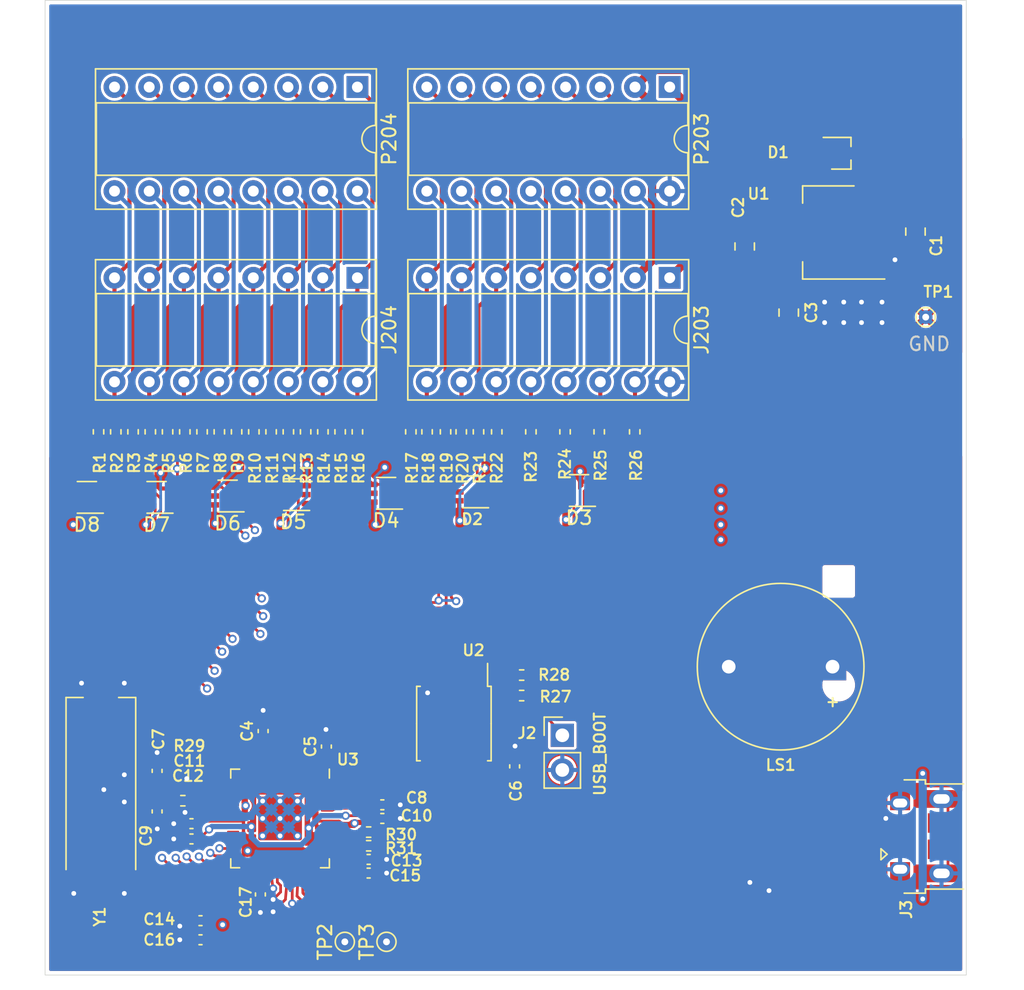
<source format=kicad_pcb>
(kicad_pcb (version 20240108) (generator "pcbnew") (generator_version "8.0")
  (title_block (title "Fluke 884x Continuity Buzzer") (date "2024-01-14") (rev "REV1") (company "Ned Konz"))
  (layers (0 "F.Cu" signal) (1 "In1.Cu" signal) (2 "In2.Cu" signal) (31 "B.Cu" signal) (34 "B.Paste" user) (35 "F.Paste" user) (36 "B.SilkS" user "B.Silkscreen") (37 "F.SilkS" user "F.Silkscreen") (38 "B.Mask" user) (39 "F.Mask" user) (44 "Edge.Cuts" user))
  (net 0 "")
  (net 1 "GND")
  (net 2 "+3V3")
  (net 3 "+1V1")
  (net 4 "/XIN")
  (net 5 "/USB_D-")
  (net 6 "/USB_D+")
  (net 7 "/~{USB_BOOT}")
  (net 8 "/QSPI_SS")
  (net 9 "/XOUT")
  (net 10 "/QSPI_SD1")
  (net 11 "/QSPI_SD2")
  (net 12 "/QSPI_SD0")
  (net 13 "/QSPI_SCLK")
  (net 14 "/QSPI_SD3")
  (net 15 "/F1")
  (net 16 "/F2")
  (net 17 "/S2")
  (net 18 "/S1")
  (net 19 "/S0")
  (net 20 "/G5")
  (net 21 "/G7")
  (net 22 "/G6")
  (net 23 "/RL0")
  (net 24 "/RL1")
  (net 25 "/RL6")
  (net 26 "/RL4")
  (net 27 "/RL2")
  (net 28 "/RL5")
  (net 29 "/RL3")
  (net 30 "/SWCLK")
  (net 31 "/SWD")
  (net 32 "/RUN")
  (net 33 "/PDP")
  (net 34 "/PS1")
  (net 35 "/Pd")
  (net 36 "/Pe")
  (net 37 "/Pf")
  (net 38 "/Pg")
  (net 39 "/PS3")
  (net 40 "/PS2")
  (net 41 "/Pb")
  (net 42 "/Pa")
  (net 43 "/Pc")
  (net 44 "/G0")
  (net 45 "/G1")
  (net 46 "/G4")
  (net 47 "/G3")
  (net 48 "/G2")
  (net 49 "G0_3V")
  (net 50 "G1_3V")
  (net 51 "G2_3V")
  (net 52 "G3_3V")
  (net 53 "G4_3V")
  (net 54 "G5_3V")
  (net 55 "G6_3V")
  (net 56 "G7_3V")
  (net 57 "PA_3V")
  (net 58 "PB_3V")
  (net 59 "PC_3V")
  (net 60 "PD_3V")
  (net 61 "PE_3V")
  (net 62 "PG_3V")
  (net 63 "PS1_3V")
  (net 64 "PS2_3V")
  (net 65 "PS3_3V")
  (net 66 "PDP_3V")
  (net 67 "/GPIO26_ADC0")
  (net 68 "/GPIO29_ADC3")
  (net 69 "/GPIO27_ADC1")
  (net 70 "/GPIO28_ADC2")
  (net 71 "RL0_3V")
  (net 72 "RL1_3V")
  (net 73 "RL2_3V")
  (net 74 "RL3_3V")
  (net 75 "RL4_3V")
  (net 76 "RL5_3V")
  (net 77 "RL6_3V")
  (net 78 "Net-(D1-K)")
  (net 79 "Net-(C9-Pad1)")
  (net 82 "Net-(U3-USB_DP)")
  (net 83 "Net-(U3-USB_DM)")
  (net 87 "PF_3V")
  (footprint "Capacitor_SMD:C_0805_2012Metric" (layer "F.Cu") (at 124.87 43.425 -90)
    (property "Reference" "C2")
    (property "Value" "10u")
  )
  (footprint "RP2040_minimal:USB_Micro-B_Amphenol_10103594-0001LF_Horizontal_modified" (layer "F.Cu") (at 139.275 86.6125 90)
    (property "Reference" "J3")
    (property "Value" "USB_B_Micro")
  )
  (footprint "Connector_PinHeader_2.54mm:PinHeader_1x02_P2.54mm_Vertical" (layer "F.Cu") (at 111.52 79.225)
    (property "Reference" "J2")
    (property "Value" "Conn_01x02")
  )
  (footprint "Capacitor_SMD:C_0402_1005Metric" (layer "F.Cu") (at 97.3438 89.3154)
    (property "Reference" "C15")
    (property "Value" "1u")
  )
  (footprint "Capacitor_SMD:C_0402_1005Metric" (layer "F.Cu") (at 97.3438 88.3154)
    (property "Reference" "C13")
    (property "Value" "1u")
  )
  (footprint "Capacitor_SMD:C_0402_1005Metric" (layer "F.Cu") (at 89.62 78.915 90)
    (property "Reference" "C4")
    (property "Value" "100n")
  )
  (footprint "Capacitor_SMD:C_0402_1005Metric" (layer "F.Cu") (at 108.0288 81.5004 90)
    (property "Reference" "C6")
    (property "Value" "100n")
  )
  (footprint "Resistor_SMD:R_0402_1005Metric" (layer "F.Cu") (at 108.5438 74.8154 180)
    (property "Reference" "R27")
    (property "Value" "DNF")
  )
  (footprint "Package_TO_SOT_SMD:SOT-223-3_TabPin2" (layer "F.Cu") (at 131.02 42.4 180)
    (property "Reference" "U1")
    (property "Value" "NCP1117-3.3_SOT223")
  )
  (footprint "Package_SO:SOIC-8_5.23x5.23mm_P1.27mm" (layer "F.Cu") (at 103.5838 78.3654 -90)
    (property "Reference" "U2")
    (property "Value" "W25Q128JVS")
  )
  (footprint "Capacitor_SMD:C_0402_1005Metric" (layer "F.Cu") (at 81.8588 84.8004 -90)
    (property "Reference" "C9")
    (property "Value" "27p")
  )
  (footprint "Resistor_SMD:R_0402_1005Metric" (layer "F.Cu") (at 108.5438 76.3154)
    (property "Reference" "R28")
    (property "Value" "1k")
  )
  (footprint "Capacitor_SMD:C_0402_1005Metric" (layer "F.Cu") (at 98.3438 85.3154)
    (property "Reference" "C10")
    (property "Value" "100n")
  )
  (footprint "Capacitor_SMD:C_0402_1005Metric" (layer "F.Cu") (at 89.42 90.88 -90)
    (property "Reference" "C17")
    (property "Value" "100n")
  )
  (footprint "Capacitor_SMD:C_0402_1005Metric" (layer "F.Cu") (at 84.3738 85.6964 180)
    (property "Reference" "C11")
    (property "Value" "100n")
  )
  (footprint "Resistor_SMD:R_0402_1005Metric" (layer "F.Cu") (at 97.3438 86.3154 180)
    (property "Reference" "R30")
    (property "Value" "27")
  )
  (footprint "Capacitor_SMD:C_0402_1005Metric" (layer "F.Cu") (at 84.3738 86.8154 180)
    (property "Reference" "C12")
    (property "Value" "100n")
  )
  (footprint "Capacitor_SMD:C_0805_2012Metric" (layer "F.Cu") (at 137.37 42.3375 -90)
    (property "Reference" "C1")
    (property "Value" "10u")
  )
  (footprint "Capacitor_SMD:C_0402_1005Metric" (layer "F.Cu") (at 94.25 80.05 90)
    (property "Reference" "C5")
    (property "Value" "100n")
  )
  (footprint "Capacitor_SMD:C_0402_1005Metric" (layer "F.Cu") (at 85.035 94.2 180)
    (property "Reference" "C16")
    (property "Value" "100n")
  )
  (footprint "RP2040_minimal:RP2040-QFN-56" (layer "F.Cu") (at 90.8588 85.3154 -90)
    (property "Reference" "U3")
    (property "Value" "RP2040")
  )
  (footprint "Capacitor_SMD:C_0402_1005Metric" (layer "F.Cu") (at 81.8588 81.8304 90)
    (property "Reference" "C7")
    (property "Value" "27p")
  )
  (footprint "Resistor_SMD:R_0402_1005Metric" (layer "F.Cu") (at 97.3438 87.3154 180)
    (property "Reference" "R31")
    (property "Value" "27")
  )
  (footprint "Capacitor_SMD:C_0402_1005Metric" (layer "F.Cu") (at 98.3438 84.3154)
    (property "Reference" "C8")
    (property "Value" "100n")
  )
  (footprint "Capacitor_SMD:C_0402_1005Metric" (layer "F.Cu") (at 85.035 92.8 180)
    (property "Reference" "C14")
    (property "Value" "100n")
  )
  (footprint "Resistor_SMD:R_0402_1005Metric" (layer "F.Cu") (at 83.7438 84.0154 180)
    (property "Reference" "R29")
    (property "Value" "1k")
  )
  (footprint "RP2040_minimal:Crystal_SMD_HC49-US" (layer "F.Cu") (at 77.7428 83.1564 -90)
    (property "Reference" "Y1")
    (property "Value" "ABLS-12.000MHZ-B4-T")
  )
  (footprint "Capacitor_SMD:C_0805_2012Metric" (layer "F.Cu") (at 128.0928 48.2696 -90)
    (property "Reference" "C3")
    (property "Value" "10u")
  )
  (footprint "Resistor_SMD:R_0402_1005Metric" (layer "F.Cu") (at 85.151 57 -90)
    (property "Reference" "R7")
    (property "Value" "470k")
  )
  (footprint "Resistor_SMD:R_0402_1005Metric" (layer "F.Cu") (at 88.9406 57 -90)
    (property "Reference" "R10")
    (property "Value" "470k")
  )
  (footprint "Resistor_SMD:R_0402_1005Metric" (layer "F.Cu") (at 109.22 57 -90)
    (property "Reference" "R23")
    (property "Value" "15k")
  )
  (footprint "Package_TO_SOT_SMD:SOT-363_SC-70-6" (layer "F.Cu") (at 91.82 61.6 180)
    (property "Reference" "D5")
    (property "Value" "BAT54CDW")
  )
  (footprint "Package_TO_SOT_SMD:SOT-363_SC-70-6" (layer "F.Cu") (at 87.02 61.7 180)
    (property "Reference" "D6")
    (property "Value" "BAT54CDW")
  )
  (footprint "Buzzer_Beeper:Buzzer_12x9.5RM7.6" (layer "F.Cu") (at 131.3 74.2 180)
    (property "Reference" "LS1")
    (property "Value" "Speaker_Crystal")
  )
  (footprint "TestPoint:TestPoint_THTPad_D1.0mm_Drill0.5mm" (layer "F.Cu") (at 98.65 94.35 90)
    (property "Reference" "TP3")
    (property "Value" "TestPoint")
  )
  (footprint "Resistor_SMD:R_0402_1005Metric" (layer "F.Cu") (at 95.2568 57 -90)
    (property "Reference" "R15")
    (property "Value" "470k")
  )
  (footprint "Resistor_SMD:R_0402_1005Metric" (layer "F.Cu") (at 96.52 57 -90)
    (property "Reference" "R16")
    (property "Value" "470k")
  )
  (footprint "Resistor_SMD:R_0402_1005Metric" (layer "F.Cu") (at 100.4316 57 -90)
    (property "Reference" "R17")
    (property "Value" "470k")
  )
  (footprint "Resistor_SMD:R_0402_1005Metric" (layer "F.Cu") (at 101.62 57 -90)
    (property "Reference" "R18")
    (property "Value" "15k")
  )
  (footprint "Resistor_SMD:R_0402_1005Metric" (layer "F.Cu") (at 81.3613 57 -90)
    (property "Reference" "R4")
    (property "Value" "470k")
  )
  (footprint "Resistor_SMD:R_0402_1005Metric" (layer "F.Cu") (at 111.72 57 -90)
    (property "Reference" "R24")
    (property "Value" "15k")
  )
  (footprint "Resistor_SMD:R_0402_1005Metric" (layer "F.Cu") (at 78.8348 57 -90)
    (property "Reference" "R2")
    (property "Value" "470k")
  )
  (footprint "Package_TO_SOT_SMD:SOT-363_SC-70-6" (layer "F.Cu") (at 76.72 61.8 180)
    (property "Reference" "D8")
    (property "Value" "BAT54CDW")
  )
  (footprint "Package_DIP:DIP-16_W7.62mm_Socket" (layer "F.Cu") (at 96.52 31.75 -90)
    (property "Reference" "P204")
    (property "Value" "16 pin DIP plug")
  )
  (footprint "Package_DIP:DIP-16_W7.62mm_Socket" (layer "F.Cu") (at 96.52 45.72 -90)
    (property "Reference" "J204")
    (property "Value" "16 pin DIP socket")
  )
  (footprint "Package_DIP:DIP-16_W7.62mm_Socket" (layer "F.Cu") (at 119.38 45.72 -90)
    (property "Reference" "J203")
    (property "Value" "16 pin DIP socket")
  )
  (footprint "Resistor_SMD:R_0402_1005Metric" (layer "F.Cu") (at 106.72 57 -90)
    (property "Reference" "R22")
    (property "Value" "15k")
  )
  (footprint "Resistor_SMD:R_0402_1005Metric" (layer "F.Cu") (at 87.6774 57 -90)
    (property "Reference" "R9")
    (property "Value" "470k")
  )
  (footprint "Package_TO_SOT_SMD:SOT-363_SC-70-6" (layer "F.Cu") (at 112.7425 61.2975 180)
    (property "Reference" "D3")
    (property "Value" "BAT54CDW")
  )
  (footprint "Package_TO_SOT_SMD:SOT-323_SC-70" (layer "F.Cu") (at 131.92 36.6)
    (property "Reference" "D1")
    (property "Value" "BAS40-05W")
  )
  (footprint "Resistor_SMD:R_0402_1005Metric" (layer "F.Cu") (at 90.2039 57 -90)
    (property "Reference" "R11")
    (property "Value" "470k")
  )
  (footprint "Resistor_SMD:R_0402_1005Metric" (layer "F.Cu") (at 93.9935 57 -90)
    (property "Reference" "R14")
    (property "Value" "470k")
  )
  (footprint "Package_TO_SOT_SMD:SOT-363_SC-70-6" (layer "F.Cu") (at 104.92 61.4 180)
    (property "Reference" "D2")
    (property "Value" "BAT54CDW")
  )
  (footprint "Resistor_SMD:R_0402_1005Metric" (layer "F.Cu") (at 80.0981 57 -90)
    (property "Reference" "R3")
    (property "Value" "470k")
  )
  (footprint "TestPoint:TestPoint_THTPad_D1.0mm_Drill0.5mm" (layer "F.Cu") (at 138.12 48.6)
    (property "Reference" "TP1")
    (property "Value" "TestPoint")
  )
  (footprint "TestPoint:TestPoint_THTPad_D1.0mm_Drill0.5mm" (layer "F.Cu") (at 95.6 94.35 90)
    (property "Reference" "TP2")
    (property "Value" "TestPoint")
  )
  (footprint "Package_TO_SOT_SMD:SOT-363_SC-70-6" (layer "F.Cu") (at 98.62 61.5 180)
    (property "Reference" "D4")
    (property "Value" "BAT54CDW")
  )
  (footprint "Resistor_SMD:R_0402_1005Metric" (layer "F.Cu") (at 91.4671 57 -90)
    (property "Reference" "R12")
    (property "Value" "470k")
  )
  (footprint "Resistor_SMD:R_0402_1005Metric" (layer "F.Cu") (at 105.3846 57 -90)
    (property "Reference" "R21")
    (property "Value" "470k")
  )
  (footprint "Resistor_SMD:R_0402_1005Metric" (layer "F.Cu") (at 102.9716 57 -90)
    (property "Reference" "R19")
    (property "Value" "470k")
  )
  (footprint "Resistor_SMD:R_0402_1005Metric" (layer "F.Cu") (at 83.8877 57 -90)
    (property "Reference" "R6")
    (property "Value" "470k")
  )
  (footprint "Package_TO_SOT_SMD:SOT-363_SC-70-6" (layer "F.Cu") (at 81.82 61.8 180)
    (property "Reference" "D7")
    (property "Value" "BAT54CDW")
  )
  (footprint "Resistor_SMD:R_0402_1005Metric" (layer "F.Cu") (at 77.5716 57 -90)
    (property "Reference" "R1")
    (property "Value" "470k")
  )
  (footprint "Resistor_SMD:R_0402_1005Metric" (layer "F.Cu") (at 92.7303 57 -90)
    (property "Reference" "R13")
    (property "Value" "470k")
  )
  (footprint "Resistor_SMD:R_0402_1005Metric" (layer "F.Cu") (at 86.4142 57 -90)
    (property "Reference" "R8")
    (property "Value" "470k")
  )
  (footprint "Package_DIP:DIP-16_W7.62mm_Socket" (layer "F.Cu") (at 119.38 31.75 -90)
    (property "Reference" "P203")
    (property "Value" "16 pin DIP plug")
  )
  (footprint "Resistor_SMD:R_0402_1005Metric" (layer "F.Cu") (at 104.12 57 -90)
    (property "Reference" "R20")
    (property "Value" "15k")
  )
  (footprint "Resistor_SMD:R_0402_1005Metric" (layer "F.Cu") (at 114.22 57 -90)
    (property "Reference" "R25")
    (property "Value" "15k")
  )
  (footprint "Resistor_SMD:R_0402_1005Metric" (layer "F.Cu") (at 116.82 57 -90)
    (property "Reference" "R26")
    (property "Value" "15k")
  )
  (footprint "Resistor_SMD:R_0402_1005Metric" (layer "F.Cu") (at 82.6245 57 -90)
    (property "Reference" "R5")
    (property "Value" "470k")
  )
  (gr_rect (start 73.66 25.4) (end 141.09 96.7836) (stroke (width 0.05)) (fill none) (layer "Edge.Cuts"))
  (gr_text "\nUSB_BOOT" (at 113.62 80.6 90) (layer "F.SilkS") (effects (font (size 0.8 0.8))))
  (gr_text "GND" (at 136.75 51.15 0) (layer "Edge.Cuts") (effects (font (size 1 1)) (justify left bottom)))
  (segment (start 82.5933 84.8709) (end 82.7593 84.8709) (width 0.15) (layer "F.Cu") (net 1))
  (segment (start 139.7502 85.65) (end 139.7502 84.9027) (width 0.2) (layer "F.Cu") (net 1))
  (segment (start 89.62 78.43) (end 89.62 77.4) (width 0.2) (layer "F.Cu") (net 1))
  (segment (start 108.029 80.7941) (end 108.0288 80.7943) (width 0.2) (layer "F.Cu") (net 1))
  (segment (start 86.2043 84.3154) (end 84.2833 82.3944) (width 0.2) (layer "F.Cu") (net 1))
  (segment (start 139.7502 88.3223) (end 139.7502 88.3225) (width 0.2) (layer "F.Cu") (net 1))
  (segment (start 79.4588 82.1154) (end 80.2589 82.1154) (width 0.2) (layer "F.Cu") (net 1))
  (segment (start 82.1788 85.2854) (end 82.5933 84.8709) (width 0.15) (layer "F.Cu") (net 1))
  (segment (start 81.8588 85.2854) (end 82.1788 85.2854) (width 0.15) (layer "F.Cu") (net 1))
  (segment (start 83.8888 86.8154) (end 83.0768 86.8154) (width 0.2) (layer "F.Cu") (net 1))
  (segment (start 101.679 76.0954) (end 101.659 76.1154) (width 0.2) (layer "F.Cu") (net 1))
  (segment (start 101.6788 75.7627) (end 101.6788 74.7654) (width 0.2) (layer "F.Cu") (net 1))
  (segment (start 135.5698 44.7) (end 135.8698 44.4) (width 0.2) (layer "F.Cu") (net 1))
  (segment (start 136.4323 43.8375) (end 135.8698 44.4) (width 0.2) (layer "F.Cu") (net 1))
  (segment (start 108.029 80.8679) (end 108.029 80.7941) (width 0.2) (layer "F.Cu") (net 1))
  (segment (start 83.92 92.8) (end 83.52 93.2) (width 0.15) (layer "F.Cu") (net 1))
  (segment (start 81.8703 86.0774) (end 81.8588 86.0659) (width 0.15) (layer "F.Cu") (net 1))
  (segment (start 98.8288 85.3154) (end 99.6588 85.3154) (width 0.2) (layer "F.Cu") (net 1))
  (segment (start 89.42 91.36) (end 89.42 92.2) (width 0.15) (layer "F.Cu") (net 1))
  (segment (start 108.0288 80.7943) (end 108.0288 81.0204) (width 0.2) (layer "F.Cu") (net 1))
  (segment (start 98.8288 84.3154) (end 99.6588 84.3154) (width 0.2) (layer "F.Cu") (net 1))
  (segment (start 136.9948 43.275) (end 136.4323 43.8375) (width 0.2) (layer "F.Cu") (net 1))
  (segment (start 139.7502 84.9025) (end 139.7502 84.1525) (width 0.2) (layer "F.Cu") (net 1))
  (segment (start 101.679 75.4304) (end 101.679 75.7629) (width 0.2) (layer "F.Cu") (net 1))
  (segment (start 108.029 80.7941) (end 108.029 80.7204) (width 0.2) (layer "F.Cu") (net 1))
  (segment (start 81.8588 81.3454) (end 81.8588 80.4894) (width 0.2) (layer "F.Cu") (net 1))
  (segment (start 97.8288 89.3154) (end 98.6588 89.3154) (width 0.2) (layer "F.Cu") (net 1))
  (segment (start 101.679 75.7629) (end 101.679 76.0954) (width 0.2) (layer "F.Cu") (net 1))
  (segment (start 97.8288 88.3154) (end 98.6588 88.3154) (width 0.2) (layer "F.Cu") (net 1))
  (segment (start 136.8075 43.8375) (end 137.37 43.275) (width 0.2) (layer "F.Cu") (net 1))
  (segment (start 81.8588 86.0659) (end 81.8588 85.2854) (width 0.15) (layer "F.Cu") (net 1))
  (segment (start 94.22 79.83) (end 94.22 78.8) (width 0.2) (layer "F.Cu") (net 1))
  (segment (start 139.7502 88.3225) (end 139.7502 89.0725) (width 0.2) (layer "F.Cu") (net 1))
  (segment (start 108.059 80.6904) (end 108.059 80.0154) (width 0.2) (layer "F.Cu") (net 1))
  (segment (start 83.8888 85.6964) (end 83.0768 85.6964) (width 0.2) (layer "F.Cu") (net 1))
  (segment (start 139.7502 87.575) (end 139.7502 88.3223) (width 0.2) (layer "F.Cu") (net 1))
  (segment (start 87.4213 84.3154) (end 86.2043 84.3154) (width 0.2) (layer "F.Cu") (net 1))
  (segment (start 84.2833 82.3944) (end 84.0293 82.3944) (width 0.2) (layer "F.Cu") (net 1))
  (segment (start 136.6002 85.3125) (end 135.2002 85.3125) (width 0.2) (layer "F.Cu") (net 1))
  (segment (start 84.55 92.8) (end 83.92 92.8) (width 0.15) (layer "F.Cu") (net 1))
  (segment (start 108.029 80.7204) (end 108.059 80.6904) (width 0.2) (layer "F.Cu") (net 1))
  (segment (start 84.55 94.2) (end 83.52 94.2) (width 0.2) (layer "F.Cu") (net 1))
  (segment (start 139.7502 84.9027) (end 139.7502 84.9025) (width 0.2) (layer "F.Cu") (net 1))
  (segment (start 134.17 44.7) (end 135.5698 44.7) (width 0.2) (layer "F.Cu") (net 1))
  (segment (start 101.679 75.7629) (end 101.6788 75.7627) (width 0.2) (layer "F.Cu") (net 1))
  (segment (start 136.4323 43.8375) (end 136.8075 43.8375) (width 0.2) (layer "F.Cu") (net 1))
  (via (at 83.52 94.2) (size 0.6) (drill 0.35) (layers "F.Cu" "B.Cu") (net 1))
  (via (at 99.6588 84.3154) (size 0.6) (drill 0.35) (layers "F.Cu" "B.Cu") (net 1))
  (via (at 79.4588 84.1054) (size 0.6) (drill 0.35) (layers "F.Cu" "B.Cu") (net 1))
  (via (at 130.72 49) (size 0.6) (drill 0.35) (layers "F.Cu" "B.Cu") (net 1))
  (via (at 89.62 77.4) (size 0.6) (drill 0.35) (layers "F.Cu" "B.Cu") (net 1))
  (via (at 99.6588 85.3154) (size 0.6) (drill 0.35) (layers "F.Cu" "B.Cu") (net 1))
  (via (at 81.8703 86.0774) (size 0.6) (drill 0.35) (layers "F.Cu" "B.Cu") (net 1))
  (via (at 132.12 47.5) (size 0.6) (drill 0.35) (layers "F.Cu" "B.Cu") (net 1))
  (via (at 98.6588 88.3154) (size 0.6) (drill 0.35) (layers "F.Cu" "B.Cu") (net 1))
  (via (at 79.4588 82.1154) (size 0.6) (drill 0.35) (layers "F.Cu" "B.Cu") (net 1))
  (via (at 77.9588 83.2054) (size 0.6) (drill 0.35) (layers "F.Cu" "B.Cu") (net 1))
  (via (at 98.6588 89.3154) (size 0.6) (drill 0.35) (layers "F.Cu" "B.Cu") (net 1))
  (via (at 76.327 75.4054) (size 0.6) (drill 0.35) (layers "F.Cu" "B.Cu") (net 1))
  (via (at 79.4588 90.8054) (size 0.6) (drill 0.35) (layers "F.Cu" "B.Cu") (net 1))
  (via (at 133.42 49) (size 0.6) (drill 0.35) (layers "F.Cu" "B.Cu") (net 1))
  (via (at 75.7588 90.8054) (size 0.6) (drill 0.35) (layers "F.Cu" "B.Cu") (net 1))
  (via (at 79.4588 75.4054) (size 0.6) (drill 0.35) (layers "F.Cu" "B.Cu") (net 1))
  (via (at 83.0768 86.8154) (size 0.6) (drill 0.35) (layers "F.Cu" "B.Cu") (net 1))
  (via (at 132.12 49) (size 0.6) (drill 0.35) (layers "F.Cu" "B.Cu") (net 1))
  (via (at 83.52 93.2) (size 0.6) (drill 0.35) (layers "F.Cu" "B.Cu") (net 1))
  (via (at 89.42 92.2) (size 0.6) (drill 0.35) (layers "F.Cu" "B.Cu") (net 1))
  (via (at 134.92 49) (size 0.6) (drill 0.35) (layers "F.Cu" "B.Cu") (net 1))
  (via (at 101.659 76.1154) (size 0.6) (drill 0.35) (layers "F.Cu" "B.Cu") (net 1))
  (via (at 81.8588 80.4894) (size 0.6) (drill 0.35) (layers "F.Cu" "B.Cu") (net 1))
  (via (at 133.42 47.5) (size 0.6) (drill 0.35) (layers "F.Cu" "B.Cu") (net 1))
  (via (at 135.2002 85.3125) (size 0.6) (drill 0.35) (layers "F.Cu" "B.Cu") (net 1))
  (via (at 83.9023 84.8709) (size 0.6) (drill 0.35) (layers "F.Cu" "B.Cu") (net 1))
  (via (at 108.059 80.0154) (size 0.6) (drill 0.35) (layers "F.Cu" "B.Cu") (net 1))
  (via (at 130.72 47.5) (size 0.6) (drill 0.35) (layers "F.Cu" "B.Cu") (net 1))
  (via (at 83.0768 85.6964) (size 0.6) (drill 0.35) (layers "F.Cu" "B.Cu") (net 1))
  (via (at 134.92 47.5) (size 0.6) (drill 0.35) (layers "F.Cu" "B.Cu") (net 1))
  (via (at 94.22 78.8) (size 0.6) (drill 0.35) (layers "F.Cu" "B.Cu") (net 1))
  (via (at 84.0293 82.3944) (size 0.6) (drill 0.35) (layers "F.Cu" "B.Cu") (net 1))
  (via (at 135.8698 44.4) (size 0.6) (drill 0.35) (layers "F.Cu" "B.Cu") (net 1))
  (segment (start 94.2963 85.9154) (end 95.0588 85.9154) (width 0.2) (layer "F.Cu") (net 2))
  (segment (start 89.82 79.6) (end 89.62 79.4) (width 0.2) (layer "F.Cu") (net 2))
  (segment (start 124.87 42.4875) (end 127.7825 42.4875) (width 1) (layer "F.Cu") (net 2))
  (segment (start 105.489 81.9654) (end 108.009 81.9654) (width 0.2) (layer "F.Cu") (net 2))
  (segment (start 96.7463 85.6654) (end 95.3088 85.6654) (width 0.2) (layer "F.Cu") (net 2))
  (segment (start 86.07 63.65) (end 86.12 63.7) (width 0.2) (layer "F.Cu") (net 2))
  (segment (start 93.6588 87.5154) (end 93.4588 87.7154) (width 0.2) (layer "F.Cu") (net 2))
  (segment (start 96.5588 89.3154) (end 96.8588 89.3154) (width 0.2) (layer "F.Cu") (net 2))
  (segment (start 87.4213 85.5154) (end 85.3533 85.5154) (width 0.2) (layer "F.Cu") (net 2))
  (segment (start 103.97 62.05) (end 103.97 63.45) (width 0.2) (layer "F.Cu") (net 2))
  (segment (start 94.2963 87.9154) (end 93.4588 87.9154) (width 0.2) (layer "F.Cu") (net 2))
  (segment (start 127.87 42.4) (end 127.87 47.1093) (width 1) (layer "F.Cu") (net 2))
  (segment (start 123.12 51.604901) (end 123.12 61.3) (width 1) (layer "F.Cu") (net 2))
  (segment (start 89.85 89.85) (end 89.6788 90.1412) (width 0.2) (layer "F.Cu") (net 2))
  (segment (start 93.6588 85.9154) (end 93.4588 85.7154) (width 0.2) (layer "F.Cu") (net 2))
  (segment (start 94.2963 85.5154) (end 93.8588 85.5154) (width 0.2) (layer "F.Cu") (net 2))
  (segment (start 97.0963 85.3154) (end 96.7463 85.6654) (width 0.2) (layer "F.Cu") (net 2))
  (segment (start 80.87 63.65) (end 81.02 63.8) (width 0.2) (layer "F.Cu") (net 2))
  (segment (start 128.0928 47.3321) (end 127.392801 47.3321) (width 1) (layer "F.Cu") (net 2))
  (segment (start 127.87 42.4) (end 134.17 42.4) (width 1) (layer "F.Cu") (net 2))
  (segment (start 105.92 59.6) (end 105.87 59.65) (width 0.2) (layer "F.Cu") (net 2))
  (segment (start 89.8588 81.8779) (end 89.8588 79.5154) (width 0.2) (layer "F.Cu") (net 2))
  (segment (start 123.12 63.8) (end 123.12 64.9) (width 1) (layer "F.Cu") (net 2))
  (segment (start 99.57 60.65) (end 98.52 59.6) (width 0.2) (layer "F.Cu") (net 2))
  (segment (start 85.1723 85.6964) (end 84.8538 85.6964) (width 0.2) (layer "F.Cu") (net 2))
  (segment (start 75.77 62.45) (end 75.77 63.75) (width 0.2) (layer "F.Cu") (net 2))
  (segment (start 93.4588 87.7154) (end 93.4588 87.9154) (width 0.2) (layer "F.Cu") (net 2))
  (segment (start 95.0588 85.9154) (end 95.3088 85.6654) (width 0.2) (layer "F.Cu") (net 2))
  (segment (start 87.97 61.05) (end 87.97 59.75) (width 0.2) (layer "F.Cu") (net 2))
  (segment (start 89.6788 90.1412) (end 89.42 90.4) (width 0.2) (layer "F.Cu") (net 2))
  (segment (start 90.87 62.25) (end 90.87 63.65) (width 0.2) (layer "F.Cu") (net 2))
  (segment (start 80.87 62.45) (end 80.87 63.65) (width 0.2) (layer "F.Cu") (net 2))
  (segment (start 93.4588 81.0154) (end 94.22 80.795) (width 0.2) (layer "F.Cu") (net 2))
  (segment (start 93.4588 81.8779) (end 93.4588 81.0154) (width 0.2) (layer "F.Cu") (net 2))
  (segment (start 93.4588 87.9154) (end 93.4588 88.7529) (width 0.2) (layer "F.Cu") (net 2))
  (segment (start 94.2963 87.5154) (end 93.6588 87.5154) (width 0.2) (layer "F.Cu") (net 2))
  (segment (start 82.77 60.65) (end 82.12 60) (width 0.2) (layer "F.Cu") (net 2))
  (segment (start 87.4213 85.5154) (end 88.0588 85.5154) (width 0.2) (layer "F.Cu") (net 2))
  (segment (start 94.2963 87.5154) (end 94.7588 87.5154) (width 0.2) (layer "F.Cu") (net 2))
  (segment (start 90.87 63.65) (end 90.92 63.7) (width 0.2) (layer "F.Cu") (net 2))
  (segment (start 123.12 61.3) (end 123.12 62.6) (width 1) (layer "F.Cu") (net 2))
  (segment (start 95.3088 85.6654) (end 95.1588 85.5154) (width 0.2) (layer "F.Cu") (net 2))
  (segment (start 97.67 63.65) (end 97.82 63.8) (width 0.2) (layer "F.Cu") (net 2))
  (segment (start 99.57 60.85) (end 99.57 60.65) (width 0.2) (layer "F.Cu") (net 2))
  (segment (start 123.12 62.6) (end 123.12 63.8) (width 1) (layer "F.Cu") (net 2))
  (segment (start 89.8588 88.7529) (end 89.85 89.85) (width 0.2) (layer "F.Cu") (net 2))
  (segment (start 111.7925 61.9475) (end 111.7925 63.4275) (width 0.2) (layer "F.Cu") (net 2))
  (segment (start 92.82 59.4) (end 92.82 60.9) (width 0.2) (layer "F.Cu") (net 2))
  (segment (start 94.2963 85.9154) (end 93.6588 85.9154) (width 0.2) (layer "F.Cu") (net 2))
  (segment (start 103.97 63.45) (end 104.02 63.5) (width 0.2) (layer "F.Cu") (net 2))
  (segment (start 86.07 62.35) (end 86.07 63.65) (width 0.2) (layer "F.Cu") (net 2))
  (segment (start 85.3533 85.5154) (end 85.1723 85.6964) (width 0.2) (layer "F.Cu") (net 2))
  (segment (start 88.0588 85.5154) (end 88.2588 85.3154) (width 0.2) (layer "F.Cu") (net 2))
  (segment (start 97.67 62.15) (end 97.67 63.65) (width 0.2) (layer "F.Cu") (net 2))
  (segment (start 97.8588 85.3154) (end 97.0963 85.3154) (width 0.2) (layer "F.Cu") (net 2))
  (segment (start 85.52 94.2) (end 85.52 92.8) (width 0.2) (layer "F.Cu") (net 2))
  (segment (start 94.7588 87.5154) (end 96.5588 89.3154) (width 0.2) (layer "F.Cu") (net 2))
  (segment (start 105.87 60.75) (end 105.87 59.65) (width 0.2) (layer "F.Cu") (net 2))
  (segment (start 127.392801 47.3321) (end 123.12 51.604901) (width 1) (layer "F.Cu") (net 2))
  (segment (start 75.77 63.75) (end 75.72 63.8) (width 0.2) (layer "F.Cu") (net 2))
  (segment (start 95.1588 85.5154) (end 94.2963 85.5154) (width 0.2) (layer "F.Cu") (net 2))
  (segment (start 90.92 63.7) (end 90.895 63.7) (width 0.2) (layer "F.Cu") (net 2))
  (segment (start 111.72 63.5) (end 111.7925 63.4275) (width 0.2) (layer "F.Cu") (net 2))
  (segment (start 127.87 47.1093) (end 128.0928 47.3321) (width 1) (layer "F.Cu") (net 2))
  (segment (start 87.97 59.75) (end 87.82 59.6) (width 0.2) (layer "F.Cu") (net 2))
  (segment (start 82.77 61.15) (end 82.77 60.65) (width 0.2) (layer "F.Cu") (net 2))
  (via (at 90.895 63.7) (size 0.6) (drill 0.35) (layers "F.Cu" "B.Cu") (net 2))
  (via (at 75.72 63.8) (size 0.6) (drill 0.35) (layers "F.Cu" "B.Cu") (net 2))
  (via (at 123.12 62.6) (size 0.6) (drill 0.35) (layers "F.Cu" "B.Cu") (net 2))
  (via (at 97.82 63.8) (size 0.6) (drill 0.35) (layers "F.Cu" "B.Cu") (net 2))
  (via (at 86.655 93.1) (size 0.6) (drill 0.35) (layers "F.Cu" "B.Cu") (net 2))
  (via (at 123.12 64.9) (size 0.6) (drill 0.35) (layers "F.Cu" "B.Cu") (net 2))
  (via (at 82.12 60) (size 0.6) (drill 0.35) (layers "F.Cu" "B.Cu") (net 2))
  (via (at 98.52 59.6) (size 0.6) (drill 0.35) (layers "F.Cu" "B.Cu") (net 2))
  (via (at 111.7925 63.4275) (size 0.6) (drill 0.35) (layers "F.Cu" "B.Cu") (net 2))
  (via (at 88.3412 84.3788) (size 0.6) (drill 0.35) (layers "F.Cu" "B.Cu") (net 2))
  (via (at 88.4936 87.6808) (size 0.6) (drill 0.35) (layers "F.Cu" "B.Cu") (net 2))
  (via (at 104.02 63.5) (size 0.6) (drill 0.35) (layers "F.Cu" "B.Cu") (net 2))
  (via (at 137.9002 82.0125) (size 0.6) (drill 0.35) (layers "F.Cu" "B.Cu") (net 2))
  (via (at 86.12 63.7) (size 0.6) (drill 0.35) (layers "F.Cu" "B.Cu") (net 2))
  (via (at 92.82 59.4) (size 0.6) (drill 0.35) (layers "F.Cu" "B.Cu") (net 2))
  (via (at 112.82 59.9) (size 0.6) (drill 0.35) (layers "F.Cu" "B.Cu") (net 2))
  (via (at 81.02 63.8) (size 0.6) (drill 0.35) (layers "F.Cu" "B.Cu") (net 2))
  (via (at 123.12 61.3) (size 0.6) (drill 0.35) (layers "F.Cu" "B.Cu") (net 2))
  (via (at 105.87 59.65) (size 0.6) (drill 0.35) (layers "F.Cu" "B.Cu") (net 2))
  (via (at 96.3168 85.6654) (size 0.6) (drill 0.35) (layers "F.Cu" "B.Cu") (net 2))
  (via (at 87.82 59.6) (size 0.6) (drill 0.35) (layers "F.Cu" "B.Cu") (net 2))
  (via (at 123.12 63.8) (size 0.6) (drill 0.35) (layers "F.Cu" "B.Cu") (net 2))
  (via (at 137.9002 91.2125) (size 0.6) (drill 0.35) (layers "F.Cu" "B.Cu") (net 2))
  (segment (start 111.7925 63.4275) (end 112.82 62.4) (width 0.2) (layer "B.Cu") (net 2))
  (segment (start 98.52 59.6) (end 97.82 60.3) (width 0.2) (layer "B.Cu") (net 2))
  (segment (start 92.82 61.775) (end 92.82 59.4) (width 0.2) (layer "B.Cu") (net 2))
  (segment (start 81.02 63.8) (end 82.12 62.7) (width 0.2) (layer "B.Cu") (net 2))
  (segment (start 86.12 61.3) (end 86.12 63.7) (width 0.2) (layer "B.Cu") (net 2))
  (segment (start 137.9002 91.2125) (end 137.9002 82.0125) (width 0.6) (layer "B.Cu") (net 2))
  (segment (start 82.12 62.7) (end 82.12 60) (width 0.2) (layer "B.Cu") (net 2))
  (segment (start 105.87 59.65) (end 104.02 61.5) (width 0.2) (layer "B.Cu") (net 2))
  (segment (start 97.82 60.3) (end 97.82 63.8) (width 0.2) (layer "B.Cu") (net 2))
  (segment (start 112.82 59.9) (end 112.82 62.4) (width 0.2) (layer "B.Cu") (net 2))
  (segment (start 90.895 63.7) (end 92.82 61.775) (width 0.2) (layer "B.Cu") (net 2))
  (segment (start 104.02 61.5) (end 104.02 63.5) (width 0.2) (layer "B.Cu") (net 2))
  (segment (start 87.82 59.6) (end 86.12 61.3) (width 0.2) (layer "B.Cu") (net 2))
  (segment (start 85.8588 85.9154) (end 85.6588 86.1154) (width 0.2) (layer "F.Cu") (net 3))
  (segment (start 92.9588 85.8154) (end 92.9588 86.0154) (width 0.15) (layer "F.Cu") (net 3))
  (segment (start 85.0525 86.6167) (end 84.8538 86.8154) (width 0.2) (layer "F.Cu") (net 3))
  (segment (start 85.1575 86.6167) (end 85.0525 86.6167) (width 0.2) (layer "F.Cu") (net 3))
  (segment (start 92.8588 85.7154) (end 92.9588 85.8154) (width 0.15) (layer "F.Cu") (net 3))
  (segment (start 84.9588 86.8154) (end 85.1575 86.6167) (width 0.2) (layer "F.Cu") (net 3))
  (segment (start 97.5638 84.3154) (end 97.8588 84.3154) (width 0.2) (layer "F.Cu") (net 3))
  (segment (start 94.2963 87.1154) (end 95.0588 87.1154) (width 0.2) (layer "F.Cu") (net 3))
  (segment (start 95.0588 87.1154) (end 96.2588 88.3154) (width 0.2) (layer "F.Cu") (net 3))
  (segment (start 85.1575 86.6167) (end 85.6588 86.1154) (width 0.2) (layer "F.Cu") (net 3))
  (segment (start 94.2963 85.1154) (end 95.6588 85.1154) (width 0.2) (layer "F.Cu") (net 3))
  (segment (start 94.2963 87.1154) (end 93.4588 87.1154) (width 0.2) (layer "F.Cu") (net 3))
  (segment (start 96.2588 88.3154) (end 96.8588 88.3154) (width 0.2) (layer "F.Cu") (net 3))
  (segment (start 96.7638 85.1154) (end 97.5638 84.3154) (width 0.2) (layer "F.Cu") (net 3))
  (segment (start 95.6588 85.1154) (end 96.7638 85.1154) (width 0.2) (layer "F.Cu") (net 3))
  (segment (start 87.4213 85.9154) (end 85.8588 85.9154) (width 0.2) (layer "F.Cu") (net 3))
  (via (at 92.9588 86.0154) (size 0.6) (drill 0.35) (layers "F.Cu" "B.Cu") (net 3))
  (via (at 95.6588 85.1154) (size 0.6) (drill 0.35) (layers "F.Cu" "B.Cu") (net 3))
  (via (at 85.6588 86.1154) (size 0.6) (drill 0.35) (layers "F.Cu" "B.Cu") (net 3))
  (via (at 88.7588 85.9154) (size 0.6) (drill 0.35) (layers "F.Cu" "B.Cu") (net 3))
  (segment (start 85.6588 86.1154) (end 85.8688 85.9054) (width 0.4) (layer "B.Cu") (net 3))
  (segment (start 85.8688 85.9054) (end 88.7489 85.9054) (width 0.4) (layer "B.Cu") (net 3))
  (segment (start 95.6588 85.1154) (end 93.8488 85.1154) (width 0.4) (layer "B.Cu") (net 3))
  (segment (start 92.9588 86.0054) (end 92.9588 86.0154) (width 0.4) (layer "B.Cu") (net 3))
  (segment (start 88.7588 85.9154) (end 88.7588 86.684639) (width 0.4) (layer "B.Cu") (net 3))
  (segment (start 92.4138 87.2404) (end 92.9588 86.6954) (width 0.4) (layer "B.Cu") (net 3))
  (segment (start 92.9588 86.6954) (end 92.9588 86.0154) (width 0.4) (layer "B.Cu") (net 3))
  (segment (start 89.314561 87.2404) (end 92.4138 87.2404) (width 0.4) (layer "B.Cu") (net 3))
  (segment (start 88.7489 85.9054) (end 88.7588 85.9154) (width 0.4) (layer "B.Cu") (net 3))
  (segment (start 93.8488 85.1154) (end 92.9588 86.0054) (width 0.4) (layer "B.Cu") (net 3))
  (segment (start 88.7588 86.684639) (end 89.314561 87.2404) (width 0.4) (layer "B.Cu") (net 3))
  (segment (start 81.8588 82.3154) (end 81.2083 82.9659) (width 0.2) (layer "F.Cu") (net 4))
  (segment (start 82.6588 83.1154) (end 81.8588 82.3154) (width 0.2) (layer "F.Cu") (net 4))
  (segment (start 84.321 83.1154) (end 82.6588 83.1154) (width 0.2) (layer "F.Cu") (net 4))
  (segment (start 85.921 84.7154) (end 84.321 83.1154) (width 0.2) (layer "F.Cu") (net 4))
  (segment (start 79.0763 82.9659) (end 77.7428 81.6324) (width 0.2) (layer "F.Cu") (net 4))
  (segment (start 81.2083 82.9659) (end 79.0763 82.9659) (width 0.2) (layer "F.Cu") (net 4))
  (segment (start 87.4213 84.7154) (end 85.921 84.7154) (width 0.2) (layer "F.Cu") (net 4))
  (segment (start 77.7428 81.6324) (end 77.7428 78.6564) (width 0.2) (layer "F.Cu") (net 4))
  (segment (start 136.675 87.2625) (end 135.2 87.2625) (width 0.4) (layer "F.Cu") (net 5))
  (segment (start 135.2 87.2625) (end 134.8252 87.2625) (width 0.4) (layer "F.Cu") (net 5))
  (segment (start 134.8002 87.2875) (end 107.25195 87.2904) (width 0.8) (layer "F.Cu") (net 5))
  (segment (start 134.8252 87.2625) (end 134.8002 87.2875) (width 0.4) (layer "F.Cu") (net 5))
  (segment (start 97.8413 87.3029) (end 97.8538 87.2904) (width 0.8) (layer "F.Cu") (net 5))
  (segment (start 97.8538 87.2904) (end 107.356 87.2904) (width 0.8) (layer "F.Cu") (net 5))
  (segment (start 135.4002 86.6125) (end 136.675 86.6125) (width 0.4) (layer "F.Cu") (net 6))
  (segment (start 106.1229 86.3375) (end 106.12 86.3404) (width 0.4) (layer "F.Cu") (net 6))
  (segment (start 97.8538 86.3404) (end 106.12 86.3404) (width 0.8) (layer "F.Cu") (net 6))
  (segment (start 134.75 86.3375) (end 106.1229 86.3375) (width 0.8) (layer "F.Cu") (net 6))
  (segment (start 97.8413 86.3279) (end 97.8538 86.3404) (width 0.8) (layer "F.Cu") (net 6))
  (segment (start 134.75 86.3375) (end 135.4002 86.6125) (width 0.4) (layer "F.Cu") (net 6))
  (segment (start 111.52 79.225) (end 109.1634 76.425) (width 0.2) (layer "F.Cu") (net 7))
  (segment (start 94.4588 82.7154) (end 99.5588 77.6154) (width 0.15) (layer "F.Cu") (net 8))
  (segment (start 104.059 72.8154) (end 105.489 74.2454) (width 0.15) (layer "F.Cu") (net 8))
  (segment (start 108.059 74.8406) (end 108.059 75.1904) (width 0.2) (layer "F.Cu") (net 8))
  (segment (start 100.659 72.8154) (end 104.059 72.8154) (width 0.15) (layer "F.Cu") (net 8))
  (segment (start 99.5588 77.6154) (end 99.5588 73.9154) (width 0.15) (layer "F.Cu") (net 8))
  (segment (start 99.5588 73.9154) (end 100.659 72.8154) (width 0.15) (layer "F.Cu") (net 8))
  (segment (start 108.059 76.2902) (end 108.059 75.7529) (width 0.2) (layer "F.Cu") (net 8))
  (segment (start 105.489 74.7654) (end 107.9838 74.7654) (width 0.15) (layer "F.Cu") (net 8))
  (segment (start 108.059 75.1904) (end 108.059 75.7529) (width 0.15) (layer "F.Cu") (net 8))
  (segment (start 85.7588 85.1154) (end 84.6588 84.0154) (width 0.2) (layer "F.Cu") (net 9))
  (segment (start 87.4213 85.1154) (end 85.7588 85.1154) (width 0.2) (layer "F.Cu") (net 9))
  (segment (start 84.6588 84.0154) (end 84.2538 84.0154) (width 0.2) (layer "F.Cu") (net 9))
  (segment (start 94.2963 83.1154) (end 94.8588 83.1154) (width 0.2) (layer "F.Cu") (net 10))
  (segment (start 101.059 73.4154) (end 103.359 73.4154) (width 0.2) (layer "F.Cu") (net 10))
  (segment (start 94.8588 83.1154) (end 100.159 77.8154) (width 0.2) (layer "F.Cu") (net 10))
  (segment (start 103.359 73.4154) (end 104.2188 74.2752) (width 0.2) (layer "F.Cu") (net 10))
  (segment (start 100.159 77.8154) (end 100.159 74.3154) (width 0.2) (layer "F.Cu") (net 10))
  (segment (start 100.159 74.3154) (end 101.059 73.4154) (width 0.2) (layer "F.Cu") (net 10))
  (segment (start 94.2963 83.5154) (end 95.2588 83.5154) (width 0.2) (layer "F.Cu") (net 11))
  (segment (start 102.949 75.5602) (end 102.949 75.2954) (width 0.2) (layer "F.Cu") (net 11))
  (segment (start 102.949 75.5604) (end 102.949 75.5602) (width 0.2) (layer "F.Cu") (net 11))
  (segment (start 95.2588 83.5154) (end 102.949 75.8254) (width 0.2) (layer "F.Cu") (net 11))
  (segment (start 102.949 75.8254) (end 102.949 75.5604) (width 0.2) (layer "F.Cu") (net 11))
  (segment (start 97.5588 82.0154) (end 101.6288 82.0154) (width 0.2) (layer "F.Cu") (net 12))
  (segment (start 95.6588 83.9154) (end 97.5588 82.0154) (width 0.2) (layer "F.Cu") (net 12))
  (segment (start 94.2963 83.9154) (end 95.6588 83.9154) (width 0.2) (layer "F.Cu") (net 12))
  (segment (start 99.9588 82.6154) (end 100.459 83.1154) (width 0.15) (layer "F.Cu") (net 13))
  (segment (start 102.359 83.1154) (end 102.9488 82.5256) (width 0.15) (layer "F.Cu") (net 13))
  (segment (start 97.7588 82.6154) (end 99.9588 82.6154) (width 0.15) (layer "F.Cu") (net 13))
  (segment (start 94.2963 84.3054) (end 94.2963 84.3154) (width 0.2) (layer "F.Cu") (net 13))
  (segment (start 96.393 84.2264) (end 97.7588 82.6154) (width 0.15) (layer "F.Cu") (net 13))
  (segment (start 94.2913 84.3104) (end 94.2963 84.3054) (width 0.2) (layer "F.Cu") (net 13))
  (segment (start 100.459 83.1154) (end 102.359 83.1154) (width 0.15) (layer "F.Cu") (net 13))
  (segment (start 94.2963 84.3154) (end 96.393 84.2264) (width 0.15) (layer "F.Cu") (net 13))
  (segment (start 99.7588 83.2154) (end 100.259 83.7154) (width 0.15) (layer "F.Cu") (net 14))
  (segment (start 100.259 83.7154) (end 103.059 83.7154) (width 0.15) (layer "F.Cu") (net 14))
  (segment (start 96.6216 84.5667) (end 97.9588 83.2154) (width 0.15) (layer "F.Cu") (net 14))
  (segment (start 94.7338 84.7154) (end 94.9452 84.6074) (width 0.15) (layer "F.Cu") (net 14))
  (segment (start 103.059 83.7154) (end 104.2188 82.5556) (width 0.15) (layer "F.Cu") (net 14))
  (segment (start 94.2963 84.7154) (end 94.7338 84.7154) (width 0.15) (layer "F.Cu") (net 14))
  (segment (start 94.9452 84.6074) (end 96.6216 84.5667) (width 0.15) (layer "F.Cu") (net 14))
  (segment (start 97.9588 83.2154) (end 99.7588 83.2154) (width 0.15) (layer "F.Cu") (net 14))
  (segment (start 120.83 44.27) (end 119.38 45.72) (width 0.6) (layer "F.Cu") (net 15))
  (segment (start 119.38 31.75) (end 120.83 33.2) (width 0.6) (layer "F.Cu") (net 15))
  (segment (start 120.83 33.2) (end 120.83 44.27) (width 0.6) (layer "F.Cu") (net 15))
  (segment (start 124.88 37.25) (end 130.92 37.25) (width 0.6) (layer "F.Cu") (net 15))
  (segment (start 119.38 31.75) (end 124.88 37.25) (width 0.6) (layer "F.Cu") (net 15))
  (segment (start 116.84 31.75) (end 118.09 33) (width 0.6) (layer "F.Cu") (net 16))
  (segment (start 118.09 33) (end 118.09 44.47) (width 0.6) (layer "F.Cu") (net 16))
  (segment (start 118.09 30.5) (end 125.47 30.5) (width 0.6) (layer "F.Cu") (net 16))
  (segment (start 116.84 31.75) (end 118.09 30.5) (width 0.6) (layer "F.Cu") (net 16))
  (segment (start 125.47 30.5) (end 130.92 35.95) (width 0.6) (layer "F.Cu") (net 16))
  (segment (start 118.09 44.47) (end 116.84 45.72) (width 0.6) (layer "F.Cu") (net 16))
  (segment (start 115.4 32.85) (end 115.4 44.62) (width 0.3) (layer "F.Cu") (net 17))
  (segment (start 115.4 44.62) (end 114.3 45.72) (width 0.3) (layer "F.Cu") (net 17))
  (segment (start 114.3 31.75) (end 115.4 32.85) (width 0.3) (layer "F.Cu") (net 17))
  (segment (start 111.76 31.75) (end 112.86 32.85) (width 0.3) (layer "F.Cu") (net 18))
  (segment (start 112.86 44.62) (end 111.76 45.72) (width 0.3) (layer "F.Cu") (net 18))
  (segment (start 112.86 32.85) (end 112.86 44.62) (width 0.3) (layer "F.Cu") (net 18))
  (segment (start 110.32 44.62) (end 109.22 45.72) (width 0.3) (layer "F.Cu") (net 19))
  (segment (start 109.22 31.75) (end 110.32 32.85) (width 0.3) (layer "F.Cu") (net 19))
  (segment (start 110.32 32.85) (end 110.32 44.62) (width 0.3) (layer "F.Cu") (net 19))
  (segment (start 106.68 31.75) (end 107.78 32.85) (width 0.3) (layer "F.Cu") (net 20))
  (segment (start 105.3846 47.8101) (end 106.68 46.7469) (width 0.3) (layer "F.Cu") (net 20))
  (segment (start 105.41 55.5244) (end 105.3846 47.8101) (width 0.3) (layer "F.Cu") (net 20))
  (segment (start 105.3846 56.6146) (end 105.41 55.5244) (width 0.3) (layer "F.Cu") (net 20))
  (segment (start 106.68 46.7469) (end 106.68 45.72) (width 0.3) (layer "F.Cu") (net 20))
  (segment (start 107.78 32.85) (end 107.78 44.62) (width 0.3) (layer "F.Cu") (net 20))
  (segment (start 107.78 44.62) (end 106.68 45.72) (width 0.3) (layer "F.Cu") (net 20))
  (segment (start 105.24 44.62) (end 104.14 45.72) (width 0.3) (layer "F.Cu") (net 21))
  (segment (start 102.972 54.834) (end 102.9716 54.8344) (width 0.2) (layer "F.Cu") (net 21))
  (segment (start 102.972 47.9153) (end 102.972 54.834) (width 0.3) (layer "F.Cu") (net 21))
  (segment (start 104.14 31.75) (end 105.24 32.85) (width 0.3) (layer "F.Cu") (net 21))
  (segment (start 102.9716 54.8344) (end 102.9716 56.6908) (width 0.2) (layer "F.Cu") (net 21))
  (segment (start 105.24 32.85) (end 105.24 44.62) (width 0.3) (layer "F.Cu") (net 21))
  (segment (start 104.14 45.72) (end 104.14 46.7469) (width 0.3) (layer "F.Cu") (net 21))
  (segment (start 104.14 46.7469) (end 102.972 47.9153) (width 0.3) (layer "F.Cu") (net 21))
  (segment (start 101.6 31.75) (end 102.7 32.85) (width 0.3) (layer "F.Cu") (net 22))
  (segment (start 102.7 44.62) (end 101.6 45.72) (width 0.3) (layer "F.Cu") (net 22))
  (segment (start 100.4316 54.8344) (end 100.4316 56.6908) (width 0.2) (layer "F.Cu") (net 22))
  (segment (start 100.432 54.834) (end 100.432 47.9153) (width 0.3) (layer "F.Cu") (net 22))
  (segment (start 100.432 47.9153) (end 101.6 46.7469) (width 0.3) (layer "F.Cu") (net 22))
  (segment (start 100.432 54.834) (end 100.4316 54.8344) (width 0.2) (layer "F.Cu") (net 22))
  (segment (start 101.6 46.7469) (end 101.6 45.72) (width 0.3) (layer "F.Cu") (net 22))
  (segment (start 102.7 32.85) (end 102.7 44.62) (width 0.3) (layer "F.Cu") (net 22))
  (segment (start 101.6 53.34) (end 101.6 56.67) (width 0.3) (layer "F.Cu") (net 23))
  (segment (start 102.7 40.47) (end 102.7 52.24) (width 0.3) (layer "B.Cu") (net 23))
  (segment (start 101.6 39.37) (end 102.7 40.47) (width 0.3) (layer "B.Cu") (net 23))
  (segment (start 102.7 52.24) (end 101.6 53.34) (width 0.3) (layer "B.Cu") (net 23))
  (segment (start 104.14 53.34) (end 104.14 56.57) (width 0.3) (layer "F.Cu") (net 24))
  (segment (start 105.24 52.24) (end 104.14 53.34) (width 0.3) (layer "B.Cu") (net 24))
  (segment (start 105.24 40.47) (end 105.24 52.24) (width 0.3) (layer "B.Cu") (net 24))
  (segment (start 104.14 39.37) (end 105.24 40.47) (width 0.3) (layer "B.Cu") (net 24))
  (segment (start 106.68 53.34) (end 106.68 56.55) (width 0.3) (layer "F.Cu") (net 25))
  (segment (start 107.78 40.47) (end 107.78 52.24) (width 0.3) (layer "B.Cu") (net 25))
  (segment (start 106.68 39.37) (end 107.78 40.47) (width 0.3) (layer "B.Cu") (net 25))
  (segment (start 107.78 52.24) (end 106.68 53.34) (width 0.3) (layer "B.Cu") (net 25))
  (segment (start 109.22 53.34) (end 109.22 56.49) (width 0.3) (layer "F.Cu") (net 26))
  (segment (start 110.32 52.24) (end 109.22 53.34) (width 0.3) (layer "B.Cu") (net 26))
  (segment (start 109.22 39.37) (end 110.32 40.47) (width 0.3) (layer "B.Cu") (net 26))
  (segment (start 110.32 40.47) (end 110.32 52.24) (width 0.3) (layer "B.Cu") (net 26))
  (segment (start 111.76 53.34) (end 111.76 56.55) (width 0.3) (layer "F.Cu") (net 27))
  (segment (start 112.86 40.47) (end 112.86 52.24) (width 0.3) (layer "B.Cu") (net 27))
  (segment (start 112.86 52.24) (end 111.76 53.34) (width 0.3) (layer "B.Cu") (net 27))
  (segment (start 111.76 39.37) (end 112.86 40.47) (width 0.3) (layer "B.Cu") (net 27))
  (segment (start 114.3 53.34) (end 114.3 56.41) (width 0.3) (layer "F.Cu") (net 28))
  (segment (start 114.3 39.37) (end 115.4 40.47) (width 0.3) (layer "B.Cu") (net 28))
  (segment (start 115.4 40.47) (end 115.4 52.24) (width 0.3) (layer "B.Cu") (net 28))
  (segment (start 115.4 52.24) (end 114.3 53.34) (width 0.3) (layer "B.Cu") (net 28))
  (segment (start 116.84 53.34) (end 116.84 56.47) (width 0.3) (layer "F.Cu") (net 29))
  (segment (start 117.94 40.47) (end 117.94 52.24) (width 0.3) (layer "B.Cu") (net 29))
  (segment (start 116.84 39.37) (end 117.94 40.47) (width 0.3) (layer "B.Cu") (net 29))
  (segment (start 117.94 52.24) (end 116.84 53.34) (width 0.3) (layer "B.Cu") (net 29))
  (segment (start 97.62 32.85) (end 97.62 44.62) (width 0.3) (layer "F.Cu") (net 33))
  (segment (start 96.52 31.75) (end 97.62 32.85) (width 0.3) (layer "F.Cu") (net 33))
  (segment (start 95.2568 48.0101) (end 96.52 46.7469) (width 0.3) (layer "F.Cu") (net 33))
  (segment (start 95.2568 56.6908) (end 95.2568 48.0101) (width 0.3) (layer "F.Cu") (net 33))
  (segment (start 96.52 46.7469) (end 96.52 45.72) (width 0.3) (layer "F.Cu") (net 33))
  (segment (start 97.62 44.62) (end 96.52 45.72) (width 0.3) (layer "F.Cu") (net 33))
  (segment (start 93.98 45.72) (end 93.98 46.7469) (width 0.3) (layer "F.Cu") (net 34))
  (segment (start 95.25 44.45) (end 93.98 45.72) (width 0.3) (layer "F.Cu") (net 34))
  (segment (start 93.98 31.75) (end 95.25 33.02) (width 0.3) (layer "F.Cu") (net 34))
  (segment (start 95.25 33.02) (end 95.25 44.45) (width 0.3) (layer "F.Cu") (net 34))
  (segment (start 92.7303 47.9966) (end 92.7303 56.6908) (width 0.3) (layer "F.Cu") (net 34))
  (segment (start 93.98 46.7469) (end 92.7303 47.9966) (width 0.3) (layer "F.Cu") (net 34))
  (segment (start 91.44 45.72) (end 91.44 46.7469) (width 0.3) (layer "F.Cu") (net 35))
  (segment (start 91.44 31.75) (end 92.71 33.02) (width 0.3) (layer "F.Cu") (net 35))
  (segment (start 90.2039 47.983) (end 90.2039 56.6908) (width 0.3) (layer "F.Cu") (net 35))
  (segment (start 92.71 44.45) (end 91.44 45.72) (width 0.3) (layer "F.Cu") (net 35))
  (segment (start 92.71 33.02) (end 92.71 44.45) (width 0.3) (layer "F.Cu") (net 35))
  (segment (start 91.44 46.7469) (end 90.2039 47.983) (width 0.3) (layer "F.Cu") (net 35))
  (segment (start 88.9 31.75) (end 90 32.85) (width 0.3) (layer "F.Cu") (net 36))
  (segment (start 90 44.62) (end 88.9 45.72) (width 0.3) (layer "F.Cu") (net 36))
  (segment (start 88.9 45.72) (end 88.9 46.7469) (width 0.3) (layer "F.Cu") (net 36))
  (segment (start 90 32.85) (end 90 44.62) (width 0.3) (layer "F.Cu") (net 36))
  (segment (start 87.6774 47.9695) (end 87.6774 56.6908) (width 0.3) (layer "F.Cu") (net 36))
  (segment (start 88.9 46.7469) (end 87.6774 47.9695) (width 0.3) (layer "F.Cu") (net 36))
  (segment (start 87.46 32.85) (end 87.46 44.62) (width 0.3) (layer "F.Cu") (net 37))
  (segment (start 86.36 45.72) (end 86.36 46.7469) (width 0.3) (layer "F.Cu") (net 37))
  (segment (start 86.36 46.7469) (end 85.151 47.9559) (width 0.3) (layer "F.Cu") (net 37))
  (segment (start 85.151 47.9559) (end 85.151 56.6908) (width 0.3) (layer "F.Cu") (net 37))
  (segment (start 86.36 31.75) (end 87.46 32.85) (width 0.3) (layer "F.Cu") (net 37))
  (segment (start 87.46 44.62) (end 86.36 45.72) (width 0.3) (layer "F.Cu") (net 37))
  (segment (start 83.82 45.72) (end 83.82 46.7469) (width 0.3) (layer "F.Cu") (net 38))
  (segment (start 83.82 31.75) (end 84.92 32.85) (width 0.3) (layer "F.Cu") (net 38))
  (segment (start 84.92 32.85) (end 84.92 44.62) (width 0.3) (layer "F.Cu") (net 38))
  (segment (start 82.6245 47.9424) (end 82.6245 56.6908) (width 0.3) (layer "F.Cu") (net 38))
  (segment (start 83.82 46.7469) (end 82.6245 47.9424) (width 0.3) (layer "F.Cu") (net 38))
  (segment (start 84.92 44.62) (end 83.82 45.72) (width 0.3) (layer "F.Cu") (net 38))
  (segment (start 81.28 46.7469) (end 80.0981 47.9288) (width 0.3) (layer "F.Cu") (net 39))
  (segment (start 80.0981 47.9288) (end 80.0981 56.6908) (width 0.3) (layer "F.Cu") (net 39))
  (segment (start 81.28 31.75) (end 82.38 32.85) (width 0.3) (layer "F.Cu") (net 39))
  (segment (start 81.28 45.72) (end 81.28 46.7469) (width 0.3) (layer "F.Cu") (net 39))
  (segment (start 82.38 32.85) (end 82.38 44.62) (width 0.3) (layer "F.Cu") (net 39))
  (segment (start 82.38 44.62) (end 81.28 45.72) (width 0.3) (layer "F.Cu") (net 39))
  (segment (start 78.74 45.72) (end 78.74 46.7469) (width 0.3) (layer "F.Cu") (net 40))
  (segment (start 78.74 31.75) (end 79.84 32.85) (width 0.3) (layer "F.Cu") (net 40))
  (segment (start 78.74 46.7469) (end 77.5716 47.9153) (width 0.3) (layer "F.Cu") (net 40))
  (segment (start 77.5716 47.9153) (end 77.5716 56.6908) (width 0.3) (layer "F.Cu") (net 40))
  (segment (start 79.84 44.62) (end 78.74 45.72) (width 0.3) (layer "F.Cu") (net 40))
  (segment (start 79.84 32.85) (end 79.84 44.62) (width 0.3) (layer "F.Cu") (net 40))
  (segment (start 78.74 54.3669) (end 78.8348 54.4617) (width 0.3) (layer "F.Cu") (net 41))
  (segment (start 78.74 53.34) (end 78.74 54.3669) (width 0.3) (layer "F.Cu") (net 41))
  (segment (start 78.8348 54.4617) (end 78.8348 56.64) (width 0.3) (layer "F.Cu") (net 41))
  (segment (start 78.74 39.37) (end 79.84 40.47) (width 0.3) (layer "B.Cu") (net 41))
  (segment (start 79.84 52.24) (end 78.74 53.34) (width 0.3) (layer "B.Cu") (net 41))
  (segment (start 79.84 40.47) (end 79.84 52.24) (width 0.3) (layer "B.Cu") (net 41))
  (segment (start 81.28 53.34) (end 81.28 54.3669) (width 0.3) (layer "F.Cu") (net 42))
  (segment (start 81.28 54.3669) (end 81.3613 54.4482) (width 0.3) (layer "F.Cu") (net 42))
  (segment (start 81.3613 54.4482) (end 81.3613 56.64) (width 0.3) (layer "F.Cu") (net 42))
  (segment (start 82.38 40.47) (end 82.38 52.24) (width 0.3) (layer "B.Cu") (net 42))
  (segment (start 82.38 52.24) (end 81.28 53.34) (width 0.3) (layer "B.Cu") (net 42))
  (segment (start 81.28 39.37) (end 82.38 40.47) (width 0.3) (layer "B.Cu") (net 42))
  (segment (start 83.82 54.3669) (end 83.8877 54.4346) (width 0.3) (layer "F.Cu") (net 43))
  (segment (start 83.82 53.34) (end 83.82 54.3669) (width 0.3) (layer "F.Cu") (net 43))
  (segment (start 83.8877 54.4346) (end 83.8877 56.64) (width 0.3) (layer "F.Cu") (net 43))
  (segment (start 83.82 39.37) (end 84.92 40.47) (width 0.3) (layer "B.Cu") (net 43))
  (segment (start 84.92 40.47) (end 84.92 52.24) (width 0.3) (layer "B.Cu") (net 43))
  (segment (start 84.92 52.24) (end 83.82 53.34) (width 0.3) (layer "B.Cu") (net 43))
  (segment (start 86.36 54.3669) (end 86.4142 54.4211) (width 0.3) (layer "F.Cu") (net 44))
  (segment (start 86.36 53.34) (end 86.36 54.3669) (width 0.3) (layer "F.Cu") (net 44))
  (segment (start 86.4142 54.4211) (end 86.4142 56.64) (width 0.3) (layer "F.Cu") (net 44))
  (segment (start 86.36 39.37) (end 87.46 40.47) (width 0.3) (layer "B.Cu") (net 44))
  (segment (start 87.46 52.24) (end 86.36 53.34) (width 0.3) (layer "B.Cu") (net 44))
  (segment (start 87.46 40.47) (end 87.46 52.24) (width 0.3) (layer "B.Cu") (net 44))
  (segment (start 88.9 54.3669) (end 88.9406 54.4075) (width 0.3) (layer "F.Cu") (net 45))
  (segment (start 88.9406 54.4075) (end 88.9406 56.64) (width 0.3) (layer "F.Cu") (net 45))
  (segment (start 88.9 53.34) (end 88.9 54.3669) (width 0.3) (layer "F.Cu") (net 45))
  (segment (start 90 40.47) (end 90 52.24) (width 0.3) (layer "B.Cu") (net 45))
  (segment (start 88.9 39.37) (end 90 40.47) (width 0.3) (layer "B.Cu") (net 45))
  (segment (start 90 52.24) (end 88.9 53.34) (width 0.3) (layer "B.Cu") (net 45))
  (segment (start 91.4671 54.394) (end 91.4671 56.64) (width 0.3) (layer "F.Cu") (net 46))
  (segment (start 91.44 53.34) (end 91.44 54.3669) (width 0.3) (layer "F.Cu") (net 46))
  (segment (start 91.44 54.3669) (end 91.4671 54.394) (width 0.3) (layer "F.Cu") (net 46))
  (segment (start 91.44 39.37) (end 92.54 40.47) (width 0.3) (layer "B.Cu") (net 46))
  (segment (start 92.54 40.47) (end 92.54 52.24) (width 0.3) (layer "B.Cu") (net 46))
  (segment (start 92.54 52.24) (end 91.44 53.34) (width 0.3) (layer "B.Cu") (net 46))
  (segment (start 93.98 53.34) (end 93.98 54.3669) (width 0.3) (layer "F.Cu") (net 47))
  (segment (start 93.9935 54.3804) (end 93.9935 56.64) (width 0.3) (layer "F.Cu") (net 47))
  (segment (start 93.98 54.3669) (end 93.9935 54.3804) (width 0.3) (layer "F.Cu") (net 47))
  (segment (start 95.08 52.24) (end 93.98 53.34) (width 0.3) (layer "B.Cu") (net 47))
  (segment (start 93.98 39.37) (end 95.08 40.47) (width 0.3) (layer "B.Cu") (net 47))
  (segment (start 95.08 40.47) (end 95.08 52.24) (width 0.3) (layer "B.Cu") (net 47))
  (segment (start 96.52 53.34) (end 96.52 56.64) (width 0.3) (layer "F.Cu") (net 48))
  (segment (start 96.52 39.37) (end 97.62 40.47) (width 0.3) (layer "B.Cu") (net 48))
  (segment (start 97.62 52.24) (end 96.52 53.34) (width 0.3) (layer "B.Cu") (net 48))
  (segment (start 97.62 40.47) (end 97.62 52.24) (width 0.3) (layer "B.Cu") (net 48))
  (segment (start 86.4142 57.51) (end 86.4142 60.7058) (width 0.2) (layer "F.Cu") (net 49))
  (segment (start 86.87 66.55) (end 89.52 69.2) (width 0.2) (layer "F.Cu") (net 49))
  (segment (start 86.595 61.05) (end 86.87 61.325) (width 0.2) (layer "F.Cu") (net 49))
  (segment (start 86.4142 60.7058) (end 86.07 61.05) (width 0.2) (layer "F.Cu") (net 49))
  (segment (start 90.9 90.7) (end 90.35 91.25) (width 0.2) (layer "F.Cu") (net 49))
  (segment (start 86.07 61.05) (end 86.595 61.05) (width 0.2) (layer "F.Cu") (net 49))
  (segment (start 90.9 90.222182) (end 90.9 90.7) (width 0.2) (layer "F.Cu") (net 49))
  (segment (start 90.6588 89.980982) (end 90.9 90.222182) (width 0.2) (layer "F.Cu") (net 49))
  (segment (start 86.87 61.325) (end 86.87 66.55) (width 0.2) (layer "F.Cu") (net 49))
  (segment (start 90.6588 88.7529) (end 90.6588 89.980982) (width 0.2) (layer "F.Cu") (net 49))
  (via (at 90.35 91.25) (size 0.6) (drill 0.35) (layers "F.Cu" "B.Cu") (net 49))
  (via (at 89.52 69.2) (size 0.6) (drill 0.35) (layers "F.Cu" "B.Cu") (net 49))
  (segment (start 91.25 91.25) (end 91.35 90.15) (width 0.2) (layer "F.Cu") (net 50))
  (segment (start 88.345 62.35) (end 87.97 62.35) (width 0.2) (layer "F.Cu") (net 50))
  (segment (start 91.0588 89.366008) (end 91.0588 88.7529) (width 0.2) (layer "F.Cu") (net 50))
  (segment (start 87.97 63.15) (end 89.02 64.2) (width 0.2) (layer "F.Cu") (net 50))
  (segment (start 87.97 62.35) (end 87.97 63.15) (width 0.2) (layer "F.Cu") (net 50))
  (segment (start 91.35 90.15) (end 91.0588 89.366008) (width 0.2) (layer "F.Cu") (net 50))
  (segment (start 88.9406 61.7544) (end 88.345 62.35) (width 0.2) (layer "F.Cu") (net 50))
  (segment (start 88.9406 57.51) (end 88.9406 61.7544) (width 0.2) (layer "F.Cu") (net 50))
  (segment (start 90.35 92.15) (end 91.25 91.25) (width 0.2) (layer "F.Cu") (net 50))
  (via (at 90.35 92.15) (size 0.6) (drill 0.35) (layers "F.Cu" "B.Cu") (net 50))
  (via (at 89.02 64.2) (size 0.6) (drill 0.35) (layers "F.Cu" "B.Cu") (net 50))
  (segment (start 98.195 60.85) (end 97.67 60.85) (width 0.2) (layer "F.Cu") (net 51))
  (segment (start 96.52 57.51) (end 96.52 59.7) (width 0.2) (layer "F.Cu") (net 51))
  (segment (start 98.645 68.175) (end 98.645 61.3) (width 0.2) (layer "F.Cu") (net 51))
  (segment (start 96.52 59.7) (end 97.67 60.85) (width 0.2) (layer "F.Cu") (net 51))
  (segment (start 88.6588 81.8779) (end 88.6588 80.289172) (width 0.2) (layer "F.Cu") (net 51))
  (segment (start 88.22 77.032233) (end 89.952232 75.3) (width 0.2) (layer "F.Cu") (net 51))
  (segment (start 88.22 79.850372) (end 88.22 77.032233) (width 0.2) (layer "F.Cu") (net 51))
  (segment (start 91.525026 75.294974) (end 98.645 68.175) (width 0.2) (layer "F.Cu") (net 51))
  (segment (start 88.6588 80.289172) (end 88.22 79.850372) (width 0.2) (layer "F.Cu") (net 51))
  (segment (start 89.952232 75.3) (end 91.525026 75.3) (width 0.2) (layer "F.Cu") (net 51))
  (segment (start 98.645 61.3) (end 98.195 60.85) (width 0.2) (layer "F.Cu") (net 51))
  (segment (start 91.525026 75.3) (end 91.525026 75.294974) (width 0.2) (layer "F.Cu") (net 51))
  (segment (start 89.72 74.5) (end 91.32 74.5) (width 0.2) (layer "F.Cu") (net 52))
  (segment (start 92.82 73) (end 92.82 72.8) (width 0.2) (layer "F.Cu") (net 52))
  (segment (start 92.82 72.8) (end 92.77 72.65) (width 0.2) (layer "F.Cu") (net 52))
  (segment (start 93.9935 61.4015) (end 93.145 62.25) (width 0.2) (layer "F.Cu") (net 52))
  (segment (start 92.77 72.65) (end 92.77 62.25) (width 0.2) (layer "F.Cu") (net 52))
  (segment (start 87.4213 76.840985) (end 89.72 74.5) (width 0.2) (layer "F.Cu") (net 52))
  (segment (start 87.4213 82.7154) (end 87.4213 76.840985) (width 0.2) (layer "F.Cu") (net 52))
  (segment (start 93.145 62.25) (end 92.77 62.25) (width 0.2) (layer "F.Cu") (net 52))
  (segment (start 93.9935 57.51) (end 93.9935 61.4015) (width 0.2) (layer "F.Cu") (net 52))
  (segment (start 91.32 74.5) (end 92.82 73) (width 0.2) (layer "F.Cu") (net 52))
  (segment (start 91.4671 57.51) (end 90.82 59.1) (width 0.2) (layer "F.Cu") (net 53))
  (segment (start 89.575025 73.655026) (end 91.175026 73.655026) (width 0.2) (layer "F.Cu") (net 53))
  (segment (start 91.395 60.95) (end 90.87 60.95) (width 0.2) (layer "F.Cu") (net 53))
  (segment (start 86.3838 83.036024) (end 86.3838 76.846251) (width 0.2) (layer "F.Cu") (net 53))
  (segment (start 90.82 59.1) (end 90.87 60.95) (width 0.2) (layer "F.Cu") (net 53))
  (segment (start 86.3838 76.846251) (end 89.575025 73.655026) (width 0.2) (layer "F.Cu") (net 53))
  (segment (start 87.4213 83.5154) (end 86.863176 83.5154) (width 0.2) (layer "F.Cu") (net 53))
  (segment (start 91.445 73.385052) (end 91.445 61) (width 0.2) (layer "F.Cu") (net 53))
  (segment (start 91.175026 73.655026) (end 91.445 73.385052) (width 0.2) (layer "F.Cu") (net 53))
  (segment (start 91.445 61) (end 91.395 60.95) (width 0.2) (layer "F.Cu") (net 53))
  (segment (start 86.863176 83.5154) (end 86.3838 83.036024) (width 0.2) (layer "F.Cu") (net 53))
  (segment (start 104.72 62.025) (end 105.345 61.4) (width 0.2) (layer "F.Cu") (net 54))
  (segment (start 105.295 61.35) (end 105.295 57.5996) (width 0.2) (layer "F.Cu") (net 54))
  (segment (start 105.87 61.4) (end 105.345 61.4) (width 0.2) (layer "F.Cu") (net 54))
  (segment (start 104.72 70.3) (end 104.72 62.025) (width 0.2) (layer "F.Cu") (net 54))
  (segment (start 105.345 61.4) (end 105.295 61.35) (width 0.2) (layer "F.Cu") (net 54))
  (segment (start 91.0588 81.8779) (end 91.0588 78.708511) (width 0.2) (layer "F.Cu") (net 54))
  (segment (start 91.0588 78.708511) (end 99.467311 70.3) (width 0.2) (layer "F.Cu") (net 54))
  (segment (start 99.467311 70.3) (end 104.72 70.3) (width 0.2) (layer "F.Cu") (net 54))
  (segment (start 90.097207 75.65) (end 91.67 75.65) (width 0.2) (layer "F.Cu") (net 55))
  (segment (start 98.995 61.7) (end 99.195 61.5) (width 0.2) (layer "F.Cu") (net 55))
  (segment (start 89.0588 80.194198) (end 88.62 79.755398) (width 0.2) (layer "F.Cu") (net 55))
  (segment (start 91.67 75.65) (end 98.995 68.325) (width 0.2) (layer "F.Cu") (net 55))
  (segment (start 100.4316 61.1634) (end 99.57 61.5) (width 0.2) (layer "F.Cu") (net 55))
  (segment (start 88.62 77.127208) (end 90.097207 75.65) (width 0.2) (layer "F.Cu") (net 55))
  (segment (start 89.0588 81.8779) (end 89.0588 80.194198) (width 0.2) (layer "F.Cu") (net 55))
  (segment (start 88.62 79.755398) (end 88.62 77.127208) (width 0.2) (layer "F.Cu") (net 55))
  (segment (start 99.195 61.5) (end 99.57 61.5) (width 0.2) (layer "F.Cu") (net 55))
  (segment (start 98.995 68.325) (end 98.995 61.7) (width 0.2) (layer "F.Cu") (net 55))
  (segment (start 100.4316 57.51) (end 100.4316 61.1634) (width 0.2) (layer "F.Cu") (net 55))
  (segment (start 103.395 69.125) (end 103.395 61.45) (width 0.2) (layer "F.Cu") (net 56))
  (segment (start 102.52 69.4) (end 102.52 69.5) (width 0.2) (layer "F.Cu") (net 56))
  (segment (start 103.445 61.4) (end 103.97 61.4) (width 0.2) (layer "F.Cu") (net 56))
  (segment (start 102.47 69.35) (end 102.52 69.4) (width 0.2) (layer "F.Cu") (net 56))
  (segment (start 102.47 58.0116) (end 102.9716 57.51) (width 0.2) (layer "F.Cu") (net 56))
  (segment (start 102.52 69.5) (end 99.22 69.5) (width 0.2) (layer "F.Cu") (net 56))
  (segment (start 103.57 69.3) (end 103.395 69.125) (width 0.2) (layer "F.Cu") (net 56))
  (segment (start 99.22 69.5) (end 90.2588 78.4612) (width 0.2) (layer "F.Cu") (net 56))
  (segment (start 103.395 61.45) (end 103.445 61.4) (width 0.2) (layer "F.Cu") (net 56))
  (segment (start 90.2588 78.4612) (end 90.2588 81.8779) (width 0.2) (layer "F.Cu") (net 56))
  (segment (start 102.47 69.35) (end 102.47 58.0116) (width 0.2) (layer "F.Cu") (net 56))
  (via (at 102.47 69.35) (size 0.6) (drill 0.35) (layers "F.Cu" "B.Cu") (net 56))
  (via (at 103.75 69.4) (size 0.6) (drill 0.35) (layers "F.Cu" "B.Cu") (net 56))
  (segment (start 102.47 69.35) (end 103.47 69.35) (width 0.2) (layer "B.Cu") (net 56))
  (segment (start 82.12 61.875) (end 82.12 66.904628) (width 0.2) (layer "F.Cu") (net 57))
  (segment (start 85.5729 88.7529) (end 84.92 88.1) (width 0.2) (layer "F.Cu") (net 57))
  (segment (start 81.3613 60.6587) (end 80.87 61.15) (width 0.2) (layer "F.Cu") (net 57))
  (segment (start 81.395 61.15) (end 82.12 61.875) (width 0.2) (layer "F.Cu") (net 57))
  (segment (start 80.87 61.15) (end 81.395 61.15) (width 0.2) (layer "F.Cu") (net 57))
  (segment (start 81.3613 57.51) (end 81.3613 60.6587) (width 0.2) (layer "F.Cu") (net 57))
  (segment (start 88.2588 88.7529) (end 85.5729 88.7529) (width 0.2) (layer "F.Cu") (net 57))
  (segment (start 82.12 66.904628) (end 87.379488 72.164116) (width 0.2) (layer "F.Cu") (net 57))
  (via (at 84.92 88.1) (size 0.6) (drill 0.35) (layers "F.Cu" "B.Cu") (net 57))
  (via (at 87.379488 72.164116) (size 0.6) (drill 0.35) (layers "F.Cu" "B.Cu") (net 57))
  (segment (start 88.579424 89.7904) (end 84.8104 89.7904) (width 0.2) (layer "F.Cu") (net 58))
  (segment (start 77.67 62.45) (end 77.67 66.1) (width 0.2) (layer "F.Cu") (net 58))
  (segment (start 84.8104 89.7904) (end 83.22 88.2) (width 0.2) (layer "F.Cu") (net 58))
  (segment (start 89.0588 89.311024) (end 88.579424 89.7904) (width 0.2) (layer "F.Cu") (net 58))
  (segment (start 78.8348 61.6602) (end 78.045 62.45) (width 0.2) (layer "F.Cu") (net 58))
  (segment (start 77.67 66.1) (end 86.07 74.5) (width 0.2) (layer "F.Cu") (net 58))
  (segment (start 78.8348 57.51) (end 78.8348 61.6602) (width 0.2) (layer "F.Cu") (net 58))
  (segment (start 78.045 62.45) (end 77.67 62.45) (width 0.2) (layer "F.Cu") (net 58))
  (segment (start 89.0588 88.7529) (end 89.0588 89.311024) (width 0.2) (layer "F.Cu") (net 58))
  (via (at 83.22 88.2) (size 0.6) (drill 0.35) (layers "F.Cu" "B.Cu") (net 58))
  (via (at 86.07 74.5) (size 0.6) (drill 0.35) (layers "F.Cu" "B.Cu") (net 58))
  (segment (start 83.8877 61.8573) (end 83.295 62.45) (width 0.2) (layer "F.Cu") (net 59))
  (segment (start 82.77 65.15) (end 89.42 71.8) (width 0.2) (layer "F.Cu") (net 59))
  (segment (start 87.4213 87.5154) (end 86.4354 87.5154) (width 0.2) (layer "F.Cu") (net 59))
  (segment (start 82.77 62.45) (end 82.77 65.15) (width 0.2) (layer "F.Cu") (net 59))
  (segment (start 86.4354 87.5154) (end 86.42 87.5) (width 0.2) (layer "F.Cu") (net 59))
  (segment (start 83.295 62.45) (end 82.77 62.45) (width 0.2) (layer "F.Cu") (net 59))
  (segment (start 83.8877 57.51) (end 83.8877 61.8573) (width 0.2) (layer "F.Cu") (net 59))
  (via (at 86.42 87.5) (size 0.6) (drill 0.35) (layers "F.Cu" "B.Cu") (net 59))
  (via (at 89.42 71.8) (size 0.6) (drill 0.35) (layers "F.Cu" "B.Cu") (net 59))
  (segment (start 90.295 61.65) (end 90.345 61.6) (width 0.2) (layer "F.Cu") (net 60))
  (segment (start 89.435077 73.3) (end 89.52 73.2) (width 0.2) (layer "F.Cu") (net 60))
  (segment (start 86.0338 83.180998) (end 86.0338 76.701277) (width 0.2) (layer "F.Cu") (net 60))
  (segment (start 86.0338 76.701277) (end 89.435077 73.3) (width 0.2) (layer "F.Cu") (net 60))
  (segment (start 86.768202 83.9154) (end 86.0338 83.180998) (width 0.2) (layer "F.Cu") (net 60))
  (segment (start 87.4213 83.9154) (end 86.768202 83.9154) (width 0.2) (layer "F.Cu") (net 60))
  (segment (start 90.2039 57.51) (end 90.2039 61.3089) (width 0.2) (layer "F.Cu") (net 60))
  (segment (start 90.295 72.559922) (end 90.295 61.65) (width 0.2) (layer "F.Cu") (net 60))
  (segment (start 90.495 61.6) (end 90.87 61.6) (width 0.2) (layer "F.Cu") (net 60))
  (segment (start 89.52 73.2) (end 90.295 72.559922) (width 0.2) (layer "F.Cu") (net 60))
  (segment (start 90.2039 61.3089) (end 90.495 61.6) (width 0.2) (layer "F.Cu") (net 60))
  (segment (start 90.345 61.6) (end 90.87 61.6) (width 0.2) (layer "F.Cu") (net 60))
  (segment (start 88.545 58.3776) (end 88.545 61.65) (width 0.2) (layer "F.Cu") (net 61))
  (segment (start 91.75 91.55) (end 91.75 89.95) (width 0.2) (layer "F.Cu") (net 61))
  (segment (start 87.6774 57.51) (end 88.545 58.3776) (width 0.2) (layer "F.Cu") (net 61))
  (segment (start 91.75 89.95) (end 91.4588 89.21605) (width 0.2) (layer "F.Cu") (net 61))
  (segment (start 91.4588 89.21605) (end 91.4588 88.7529) (width 0.2) (layer "F.Cu") (net 61))
  (segment (start 87.22 61.925) (end 87.22 63.5) (width 0.2) (layer "F.Cu") (net 61))
  (segment (start 87.97 61.7) (end 87.445 61.7) (width 0.2) (layer "F.Cu") (net 61))
  (segment (start 88.495 61.7) (end 87.97 61.7) (width 0.2) (layer "F.Cu") (net 61))
  (segment (start 87.445 61.7) (end 87.22 61.925) (width 0.2) (layer "F.Cu") (net 61))
  (segment (start 88.545 61.65) (end 88.495 61.7) (width 0.2) (layer "F.Cu") (net 61))
  (segment (start 87.22 63.5) (end 88.32 64.6) (width 0.2) (layer "F.Cu") (net 61))
  (via (at 91.75 91.55) (size 0.6) (drill 0.35) (layers "F.Cu" "B.Cu") (net 61))
  (via (at 88.32 64.6) (size 0.6) (drill 0.35) (layers "F.Cu" "B.Cu") (net 61))
  (segment (start 86.07 88.05) (end 85.82 87.8) (width 0.2) (layer "F.Cu") (net 62))
  (segment (start 82.77 61.8) (end 83.145 61.8) (width 0.2) (layer "F.Cu") (net 62))
  (segment (start 87.4213 87.9154) (end 87.2867 88.05) (width 0.2) (layer "F.Cu") (net 62))
  (segment (start 83.345 58.2305) (end 82.6245 57.51) (width 0.2) (layer "F.Cu") (net 62))
  (segment (start 83.145 61.8) (end 83.345 61.6) (width 0.2) (layer "F.Cu") (net 62))
  (segment (start 85.82 87.8) (end 85.784589 87.835411) (width 0.2) (layer "F.Cu") (net 62))
  (segment (start 85.784589 87.835411) (end 85.749177 87.835411) (width 0.2) (layer "F.Cu") (net 62))
  (segment (start 83.345 61.6) (end 83.345 58.2305) (width 0.2) (layer "F.Cu") (net 62))
  (segment (start 87.2867 88.05) (end 86.07 88.05) (width 0.2) (layer "F.Cu") (net 62))
  (via (at 85.749177 87.835411) (size 0.6) (drill 0.35) (layers "F.Cu" "B.Cu") (net 62))
  (via (at 83.32 59.7) (size 0.6) (drill 0.35) (layers "F.Cu" "B.Cu") (net 62))
  (segment (start 87.4213 83.1154) (end 86.95815 83.1154) (width 0.2) (layer "F.Cu") (net 63))
  (segment (start 92.245 61.6) (end 92.77 61.6) (width 0.2) (layer "F.Cu") (net 63))
  (segment (start 91.272513 74.052513) (end 92.195 73.130026) (width 0.2) (layer "F.Cu") (net 63))
  (segment (start 86.7338 82.89105) (end 86.7338 76.991225) (width 0.2) (layer "F.Cu") (net 63))
  (segment (start 86.95815 83.1154) (end 86.7338 82.89105) (width 0.2) (layer "F.Cu") (net 63))
  (segment (start 92.195 61.55) (end 92.245 61.6) (width 0.2) (layer "F.Cu") (net 63))
  (segment (start 92.7303 57.51) (end 92.195 58.0453) (width 0.2) (layer "F.Cu") (net 63))
  (segment (start 86.7338 76.991225) (end 89.672512 74.052513) (width 0.2) (layer "F.Cu") (net 63))
  (segment (start 92.195 58.0453) (end 92.195 61.55) (width 0.2) (layer "F.Cu") (net 63))
  (segment (start 92.195 61.65) (end 92.245 61.6) (width 0.2) (layer "F.Cu") (net 63))
  (segment (start 92.195 73.130026) (end 92.195 61.65) (width 0.2) (layer "F.Cu") (net 63))
  (segment (start 89.672512 74.052513) (end 91.272513 74.052513) (width 0.2) (layer "F.Cu") (net 63))
  (segment (start 88.724398 90.1404) (end 84.1604 90.1404) (width 0.2) (layer "F.Cu") (net 64))
  (segment (start 89.4588 88.7529) (end 89.4588 89.405998) (width 0.2) (layer "F.Cu") (net 64))
  (segment (start 77.095 61.675) (end 77.22 61.8) (width 0.2) (layer "F.Cu") (net 64))
  (segment (start 77.67 61.8) (end 77.145 61.8) (width 0.2) (layer "F.Cu") (net 64))
  (segment (start 76.92 67.2) (end 85.52 75.8) (width 0.2) (layer "F.Cu") (net 64))
  (segment (start 77.095 57.9866) (end 77.095 61.675) (width 0.2) (layer "F.Cu") (net 64))
  (segment (start 84.1604 90.1404) (end 82.22 88.2) (width 0.2) (layer "F.Cu") (net 64))
  (segment (start 77.5716 57.51) (end 77.095 57.9866) (width 0.2) (layer "F.Cu") (net 64))
  (segment (start 76.92 62.025) (end 76.92 67.2) (width 0.2) (layer "F.Cu") (net 64))
  (segment (start 77.22 61.8) (end 77.67 61.8) (width 0.2) (layer "F.Cu") (net 64))
  (segment (start 89.4588 89.405998) (end 88.724398 90.1404) (width 0.2) (layer "F.Cu") (net 64))
  (segment (start 77.145 61.8) (end 76.92 62.025) (width 0.2) (layer "F.Cu") (net 64))
  (via (at 82.22 88.2) (size 0.6) (drill 0.35) (layers "F.Cu" "B.Cu") (net 64))
  (via (at 85.52 75.8) (size 0.6) (drill 0.35) (layers "F.Cu" "B.Cu") (net 64))
  (segment (start 81.72 62.275) (end 81.72 68.2) (width 0.2) (layer "F.Cu") (net 65))
  (segment (start 80.345 61.8) (end 80.0981 61.5531) (width 0.2) (layer "F.Cu") (net 65))
  (segment (start 81.72 68.2) (end 86.62 73.1) (width 0.2) (layer "F.Cu") (net 65))
  (segment (start 85.3604 89.4404) (end 84.02 88.1) (width 0.2) (layer "F.Cu") (net 65))
  (segment (start 88.43445 89.4404) (end 85.3604 89.4404) (width 0.2) (layer "F.Cu") (net 65))
  (segment (start 80.87 61.8) (end 81.245 61.8) (width 0.2) (layer "F.Cu") (net 65))
  (segment (start 88.6588 89.21605) (end 88.43445 89.4404) (width 0.2) (layer "F.Cu") (net 65))
  (segment (start 80.87 61.8) (end 80.345 61.8) (width 0.2) (layer "F.Cu") (net 65))
  (segment (start 81.245 61.8) (end 81.72 62.275) (width 0.2) (layer "F.Cu") (net 65))
  (segment (start 88.6588 88.7529) (end 88.6588 89.21605) (width 0.2) (layer "F.Cu") (net 65))
  (segment (start 80.0981 61.5531) (end 80.0981 57.51) (width 0.2) (layer "F.Cu") (net 65))
  (via (at 86.62 73.1) (size 0.6) (drill 0.35) (layers "F.Cu" "B.Cu") (net 65))
  (via (at 84.02 88.1) (size 0.6) (drill 0.35) (layers "F.Cu" "B.Cu") (net 65))
  (segment (start 87.87 76.887259) (end 89.857259 74.9) (width 0.2) (layer "F.Cu") (net 66))
  (segment (start 97.145 61.5) (end 95.2568 59.6118) (width 0.2) (layer "F.Cu") (net 66))
  (segment (start 88.2588 80.384146) (end 87.87 79.995346) (width 0.2) (layer "F.Cu") (net 66))
  (segment (start 97.02 69.3) (end 97.02 61.775) (width 0.2) (layer "F.Cu") (net 66))
  (segment (start 97.67 61.5) (end 97.145 61.5) (width 0.2) (layer "F.Cu") (net 66))
  (segment (start 95.2568 59.6118) (end 95.2568 57.51) (width 0.2) (layer "F.Cu") (net 66))
  (segment (start 87.87 79.995346) (end 87.87 76.887259) (width 0.2) (layer "F.Cu") (net 66))
  (segment (start 97.02 61.775) (end 97.295 61.5) (width 0.2) (layer "F.Cu") (net 66))
  (segment (start 89.857259 74.9) (end 91.42 74.9) (width 0.2) (layer "F.Cu") (net 66))
  (segment (start 97.295 61.5) (end 97.67 61.5) (width 0.2) (layer "F.Cu") (net 66))
  (segment (start 91.42 74.9) (end 97.02 69.3) (width 0.2) (layer "F.Cu") (net 66))
  (segment (start 88.2588 81.8779) (end 88.2588 80.384146) (width 0.2) (layer "F.Cu") (net 66))
  (segment (start 91.85 89.15) (end 91.955 89.414646) (width 0.2) (layer "F.Cu") (net 67))
  (segment (start 92.1 91) (end 95.6 94.35) (width 0.2) (layer "F.Cu") (net 67))
  (segment (start 91.85 88.8) (end 91.85 89.146254) (width 0.2) (layer "F.Cu") (net 67))
  (segment (start 91.955 89.414646) (end 92.15 90) (width 0.2) (layer "F.Cu") (net 67))
  (segment (start 92.15 90) (end 92.1 91) (width 0.2) (layer "F.Cu") (net 67))
  (segment (start 93.2 89.7) (end 93.2 89.745327) (width 0.2) (layer "F.Cu") (net 68))
  (segment (start 93.214862 90.299602) (end 124.650398 90.299602) (width 0.2) (layer "F.Cu") (net 68))
  (segment (start 93.2 89.745327) (end 93.214862 90.299602) (width 0.2) (layer "F.Cu") (net 68))
  (segment (start 124.650398 90.299602) (end 125.25 90) (width 0.2) (layer "F.Cu") (net 68))
  (segment (start 93.0588 88.7529) (end 93.0588 89.190354) (width 0.2) (layer "F.Cu") (net 68))
  (segment (start 93.0588 89.190354) (end 93.2 89.7) (width 0.2) (layer "F.Cu") (net 68))
  (via (at 125.25 90) (size 0.6) (drill 0.35) (layers "F.Cu" "B.Cu") (net 68))
  (segment (start 125.25 75.75) (end 125.25 90) (width 0.2) (layer "B.Cu") (net 68))
  (segment (start 123.7 74.2) (end 125.25 75.75) (width 0.2) (layer "B.Cu") (net 68))
  (segment (start 92.527879 90.73779) (end 92.55 90.8) (width 0.2) (layer "F.Cu") (net 69))
  (segment (start 92.5 89.85) (end 92.527879 90.73779) (width 0.2) (layer "F.Cu") (net 69))
  (segment (start 93.737275 92.082622) (end 96.382622 92.082622) (width 0.2) (layer "F.Cu") (net 69))
  (segment (start 92.55 90.8) (end 93.737275 92.082622) (width 0.2) (layer "F.Cu") (net 69))
  (segment (start 92.2588 88.7529) (end 92.2588 89.219198) (width 0.2) (layer "F.Cu") (net 69))
  (segment (start 92.2588 89.219198) (end 92.5 89.85) (width 0.2) (layer "F.Cu") (net 69))
  (segment (start 96.382622 92.082622) (end 98.65 94.35) (width 0.2) (layer "F.Cu") (net 69))
  (segment (start 92.6588 89.285329) (end 92.85 89.75) (width 0.2) (layer "F.Cu") (net 70))
  (segment (start 92.868874 90.453906) (end 93.114968 90.7) (width 0.2) (layer "F.Cu") (net 70))
  (segment (start 93.114968 90.7) (end 126.6 90.7) (width 0.2) (layer "F.Cu") (net 70))
  (segment (start 92.85 89.75) (end 92.867329 90.396316) (width 0.2) (layer "F.Cu") (net 70))
  (segment (start 92.6588 88.7529) (end 92.6588 89.285329) (width 0.2) (layer "F.Cu") (net 70))
  (segment (start 92.867329 90.396316) (end 92.868874 90.453906) (width 0.2) (layer "F.Cu") (net 70))
  (via (at 126.65 90.6) (size 0.6) (drill 0.35) (layers "F.Cu" "B.Cu") (net 70))
  (segment (start 127.5 74.2) (end 126.65 75.05) (width 0.2) (layer "B.Cu") (net 70))
  (segment (start 131.3 74.2) (end 127.5 74.2) (width 0.2) (layer "B.Cu") (net 70))
  (segment (start 126.65 75.05) (end 126.65 90.6) (width 0.2) (layer "B.Cu") (net 70))
  (segment (start 89.06 79.700424) (end 89.06 77.182182) (width 0.2) (layer "F.Cu") (net 71))
  (segment (start 101.62 60.625) (end 100.095 62.15) (width 0.2) (layer "F.Cu") (net 71))
  (segment (start 101.62 57.51) (end 101.62 60.625) (width 0.2) (layer "F.Cu") (net 71))
  (segment (start 90.242182 76) (end 91.92 76) (width 0.2) (layer "F.Cu") (net 71))
  (segment (start 89.4588 80.099224) (end 89.06 79.700424) (width 0.2) (layer "F.Cu") (net 71))
  (segment (start 100.095 62.15) (end 99.57 62.15) (width 0.2) (layer "F.Cu") (net 71))
  (segment (start 89.06 77.182182) (end 90.242182 76) (width 0.2) (layer "F.Cu") (net 71))
  (segment (start 99.57 68.35) (end 99.57 62.15) (width 0.2) (layer "F.Cu") (net 71))
  (segment (start 91.92 76) (end 99.57 68.35) (width 0.2) (layer "F.Cu") (net 71))
  (segment (start 89.4588 81.8779) (end 89.4588 80.099224) (width 0.2) (layer "F.Cu") (net 71))
  (segment (start 103.595 60.75) (end 103.97 60.75) (width 0.2) (layer "F.Cu") (net 72))
  (segment (start 103.02 61.325) (end 103.595 60.75) (width 0.2) (layer "F.Cu") (net 72))
  (segment (start 103.97 60.75) (end 103.97 57.66) (width 0.2) (layer "F.Cu") (net 72))
  (segment (start 90.6588 81.8779) (end 90.6588 78.613537) (width 0.2) (layer "F.Cu") (net 72))
  (segment (start 99.372337 69.9) (end 103.02 69.9) (width 0.2) (layer "F.Cu") (net 72))
  (segment (start 90.6588 78.613537) (end 99.372337 69.9) (width 0.2) (layer "F.Cu") (net 72))
  (segment (start 103.02 69.9) (end 103.02 61.325) (width 0.2) (layer "F.Cu") (net 72))
  (segment (start 112.3675 71.0525) (end 112.3675 60.7475) (width 0.2) (layer "F.Cu") (net 73))
  (segment (start 112.3675 60.7475) (end 112.2675 60.6475) (width 0.2) (layer "F.Cu") (net 73))
  (segment (start 111.72 57.51) (end 111.72 60.575) (width 0.2) (layer "F.Cu") (net 73))
  (segment (start 112.2675 60.6475) (end 111.7925 60.6475) (width 0.2) (layer "F.Cu") (net 73))
  (segment (start 92.2588 81.8779) (end 92.2588 78.993433) (width 0.2) (layer "F.Cu") (net 73))
  (segment (start 99.752233 71.5) (end 111.92 71.5) (width 0.2) (layer "F.Cu") (net 73))
  (segment (start 92.2588 78.993433) (end 99.752233 71.5) (width 0.2) (layer "F.Cu") (net 73))
  (segment (start 111.92 71.5) (end 112.3675 71.0525) (width 0.2) (layer "F.Cu") (net 73))
  (segment (start 114.2175 61.9475) (end 116.82 59.345) (width 0.2) (layer "F.Cu") (net 74))
  (segment (start 93.0588 81.8779) (end 93.0588 79.183382) (width 0.2) (layer "F.Cu") (net 74))
  (segment (start 100.042182 72.2) (end 112.32 72.2) (width 0.2) (layer "F.Cu") (net 74))
  (segment (start 113.6925 61.9475) (end 114.2175 61.9475) (width 0.2) (layer "F.Cu") (net 74))
  (segment (start 116.82 59.345) (end 116.82 57.51) (width 0.2) (layer "F.Cu") (net 74))
  (segment (start 93.0588 79.183382) (end 100.042182 72.2) (width 0.2) (layer "F.Cu") (net 74))
  (segment (start 113.6925 70.8275) (end 113.6925 61.9475) (width 0.2) (layer "F.Cu") (net 74))
  (segment (start 112.32 72.2) (end 113.6925 70.8275) (width 0.2) (layer "F.Cu") (net 74))
  (segment (start 109.22 59.25) (end 111.2675 61.2975) (width 0.2) (layer "F.Cu") (net 75))
  (segment (start 111.2175 61.3475) (end 111.2675 61.2975) (width 0.2) (layer "F.Cu") (net 75))
  (segment (start 109.22 57.51) (end 109.22 59.25) (width 0.2) (layer "F.Cu") (net 75))
  (segment (start 111.2175 70.7975) (end 111.2175 61.3475) (width 0.2) (layer "F.Cu") (net 75))
  (segment (start 111.2675 61.2975) (end 111.7925 61.2975) (width 0.2) (layer "F.Cu") (net 75))
  (segment (start 91.8588 81.8779) (end 91.8588 78.898459) (width 0.2) (layer "F.Cu") (net 75))
  (segment (start 91.8588 78.898459) (end 99.657259 71.1) (width 0.2) (layer "F.Cu") (net 75))
  (segment (start 110.92 71.1) (end 111.2175 70.7975) (width 0.2) (layer "F.Cu") (net 75))
  (segment (start 99.657259 71.1) (end 110.92 71.1) (width 0.2) (layer "F.Cu") (net 75))
  (segment (start 114.595013 57.885013) (end 114.595013 61.024987) (width 0.2) (layer "F.Cu") (net 76))
  (segment (start 92.6588 81.8779) (end 92.6588 79.088408) (width 0.2) (layer "F.Cu") (net 76))
  (segment (start 114.3225 61.2975) (end 113.6925 61.2975) (width 0.2) (layer "F.Cu") (net 76))
  (segment (start 113.1675 61.2975) (end 113.6925 61.2975) (width 0.2) (layer "F.Cu") (net 76))
  (segment (start 113.1175 70.8525) (end 113.1175 61.3475) (width 0.2) (layer "F.Cu") (net 76))
  (segment (start 113.1175 61.3475) (end 113.1675 61.2975) (width 0.2) (layer "F.Cu") (net 76))
  (segment (start 99.897207 71.85) (end 112.12 71.85) (width 0.2) (layer "F.Cu") (net 76))
  (segment (start 114.22 57.51) (end 114.595013 57.885013) (width 0.2) (layer "F.Cu") (net 76))
  (segment (start 92.6588 79.088408) (end 99.897207 71.85) (width 0.2) (layer "F.Cu") (net 76))
  (segment (start 112.12 71.85) (end 113.1175 70.8525) (width 0.2) (layer "F.Cu") (net 76))
  (segment (start 114.595013 61.024987) (end 114.3225 61.2975) (width 0.2) (layer "F.Cu") (net 76))
  (segment (start 104.92 70.7) (end 105.87 69.75) (width 0.2) (layer "F.Cu") (net 77))
  (segment (start 106.72 61.575) (end 106.245 62.05) (width 0.2) (layer "F.Cu") (net 77))
  (segment (start 106.72 57.51) (end 106.72 61.575) (width 0.2) (layer "F.Cu") (net 77))
  (segment (start 91.4588 81.8779) (end 91.4588 78.803485) (width 0.2) (layer "F.Cu") (net 77))
  (segment (start 105.87 69.75) (end 105.87 62.05) (width 0.2) (layer "F.Cu") (net 77))
  (segment (start 106.245 62.05) (end 105.87 62.05) (width 0.2) (layer "F.Cu") (net 77))
  (segment (start 91.4588 78.803485) (end 99.562285 70.7) (width 0.2) (layer "F.Cu") (net 77))
  (segment (start 99.562285 70.7) (end 104.92 70.7) (width 0.2) (layer "F.Cu") (net 77))
  (segment (start 79.0763 83.3469) (end 77.7428 84.6804) (width 0.2) (layer "F.Cu") (net 79))
  (segment (start 81.8588 84.1179) (end 81.0878 83.3469) (width 0.2) (layer "F.Cu") (net 79))
  (segment (start 77.7428 84.6804) (end 77.7428 87.6564) (width 0.2) (layer "F.Cu") (net 79))
  (segment (start 81.0878 83.3469) (end 79.0763 83.3469) (width 0.2) (layer "F.Cu") (net 79))
  (segment (start 82.6588 84.0154) (end 82.3588 84.3154) (width 0.15) (layer "F.Cu") (net 79))
  (segment (start 83.2338 84.0154) (end 82.6588 84.0154) (width 0.15) (layer "F.Cu") (net 79))
  (segment (start 81.8588 84.1179) (end 81.8588 84.3154) (width 0.2) (layer "F.Cu") (net 79))
  (segment (start 82.3588 84.3154) (end 81.8588 84.3154) (width 0.15) (layer "F.Cu") (net 79))
  (segment (start 94.2963 86.3154) (end 96.8338 86.3154) (width 0.2) (layer "F.Cu") (net 82))
  (segment (start 95.5588 86.7154) (end 96.1588 87.3154) (width 0.2) (layer "F.Cu") (net 83))
  (segment (start 94.2963 86.7154) (end 95.5588 86.7154) (width 0.2) (layer "F.Cu") (net 83))
  (segment (start 96.1588 87.3154) (end 96.8338 87.3154) (width 0.2) (layer "F.Cu") (net 83))
  (segment (start 90.2588 89.8388) (end 90.2588 88.7529) (width 0.2) (layer "F.Cu") (net 87))
  (segment (start 90.35 90.45) (end 90.2588 89.8388) (width 0.2) (layer "F.Cu") (net 87))
  (segment (start 86.07 61.7) (end 85.545 61.7) (width 0.2) (layer "F.Cu") (net 87))
  (segment (start 85.42 66.3) (end 89.62 70.5) (width 0.2) (layer "F.Cu") (net 87))
  (segment (start 85.545 61.7) (end 85.151 61.306) (width 0.2) (layer "F.Cu") (net 87))
  (segment (start 85.151 61.306) (end 85.151 57.51) (width 0.2) (layer "F.Cu") (net 87))
  (segment (start 85.42 61.975) (end 85.42 66.3) (width 0.2) (layer "F.Cu") (net 87))
  (segment (start 85.695 61.7) (end 85.42 61.975) (width 0.2) (layer "F.Cu") (net 87))
  (segment (start 86.07 61.7) (end 85.695 61.7) (width 0.2) (layer "F.Cu") (net 87))
  (via (at 89.62 70.5) (size 0.6) (drill 0.35) (layers "F.Cu" "B.Cu") (net 87))
  (via (at 90.35 90.45) (size 0.6) (drill 0.35) (layers "F.Cu" "B.Cu") (net 87))
  (zone (net 78) (net_name "Net-(D1-K)") (layer "F.Cu") (priority 3) (connect_pads (clearance 0.2)) (min_thickness 0.25) (fill yes (thermal_gap 0.508) (thermal_bridge_width 0.508))
    (polygon (pts (xy 135.87 42.4) (xy 135.87 40.5) (xy 132.27 40.5) (xy 132.27 36.1) (xy 138.07 36.1) (xy 138.07 38.7) (xy 138.87 38.7) (xy 138.87 42.4)))
  )
  (zone (net 3) (net_name "+1V1") (layer "F.Cu") (name "+1V1") (priority 1) (connect_pads yes (clearance 0.15)) (min_thickness 0.15) (fill yes (thermal_gap 0.508) (thermal_bridge_width 0.508))
    (polygon (pts (xy 92.658824 87.3154) (xy 92.658824 83.7154) (xy 89.258824 83.7154) (xy 89.258824 86.3154) (xy 88.458824 86.3154) (xy 88.458824 85.5154) (xy 88.658824 85.5154) (xy 88.658824 83.1154) (xy 93.058824 83.1154) (xy 93.058824 85.9154) (xy 93.258824 85.9154) (xy 93.258824 86.3154) (xy 93.658824 86.3154) (xy 93.658824 87.3154)))
  )
  (zone (net 2) (net_name "+3V3") (layer "F.Cu") (connect_pads yes (clearance 0.15)) (min_thickness 0.15) (fill yes (thermal_gap 0.508) (thermal_bridge_width 0.508))
    (polygon (pts (xy 88.058824 88.1154) (xy 88.058824 82.5154) (xy 93.658824 82.5154) (xy 93.658824 85.3154) (xy 93.658824 86.1154) (xy 93.658824 88.1154)))
  )
  (zone (net 1) (net_name "GND") (layer "F.Cu") (name "GND") (priority 1) (connect_pads (clearance 0.25)) (min_thickness 0.254) (fill yes (thermal_gap 0.5) (thermal_bridge_width 0.5))
    (polygon (pts (xy 82.258824 91.3054) (xy 74.858824 91.3054) (xy 74.858824 74.9054) (xy 84.158824 74.9054) (xy 84.158824 82.0054) (xy 86.258824 84.1054) (xy 86.258824 85.3054) (xy 82.258824 85.3054)))
  )
  (zone (net 1) (net_name "GND") (layer "F.Cu") (priority 2) (connect_pads (clearance 0.2)) (min_thickness 0.25) (fill yes (thermal_gap 0.5) (thermal_bridge_width 0.5) (island_removal_mode 1) (island_area_min 10))
    (polygon (pts (xy 121.92 35.3) (xy 140.92 35.4) (xy 140.92 51.3) (xy 121.82 51.4)))
  )
  (zone (net 2) (net_name "+3V3") (layers "F.Cu" "In1.Cu") (connect_pads (clearance 0.2)) (min_thickness 0.2) (fill yes (thermal_gap 0.3) (thermal_bridge_width 0.3))
    (polygon (pts (xy 70.358824 96.6354) (xy 70.358824 58.8054) (xy 145.338824 58.7054) (xy 145.338824 96.5354)))
  )
  (zone (net 1) (net_name "GND") (layer "B.Cu") (connect_pads (clearance 0.2)) (min_thickness 0.2) (fill yes (thermal_gap 0.3) (thermal_bridge_width 0.3))
    (polygon (pts (xy 70.358824 96.8454) (xy 70.409624 25.627) (xy 145.189624 25.527) (xy 145.138824 96.7454)))
  )
)
</source>
